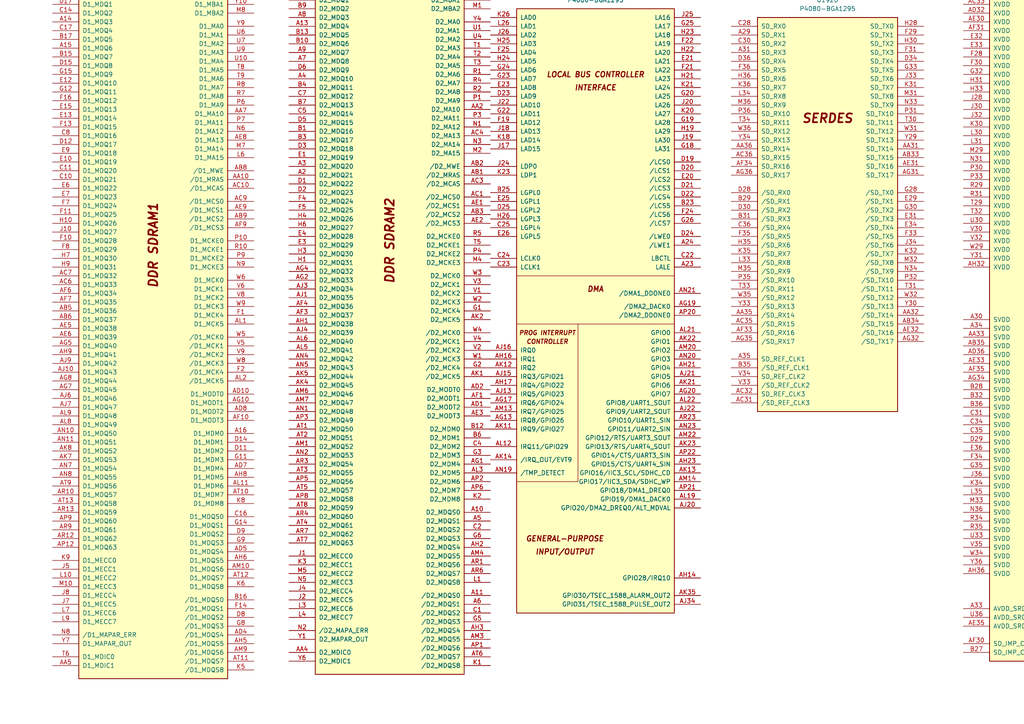
<source format=kicad_sch>
(kicad_sch (version 20250114) (generator "eeschema") (generator_version "9.0")
  (paper "A4")
  (lib_symbols
    (symbol "CPU:P4080-BGA1295" (pin_names (offset 1.016))
      (property "Reference" "U" (at 1.27 19.05 0))
      (property "Value" "P4080-BGA1295" (at 1.27 16.51 0))
      (symbol "P4080-BGA1295_1_1"
        (text "DDR SDRAM1" (at 1.27 26.67 900) (effects (font (size 2.54 2.54) (bold yes) (italic yes))))
        (pin bidirectional line (at -27.94 99.06 0) (length 7.62) (name "D1_MDQ0") (number "A17"))
        (pin bidirectional line (at -27.94 96.52 0) (length 7.62) (name "D1_MDQ1") (number "D17"))
        (pin bidirectional line (at -27.94 93.98 0) (length 7.62) (name "D1_MDQ2") (number "C14"))
        (pin bidirectional line (at -27.94 91.44 0) (length 7.62) (name "D1_MDQ3") (number "A14"))
        (pin bidirectional line (at -27.94 88.9 0) (length 7.62) (name "D1_MDQ4") (number "C17"))
        (pin bidirectional line (at -27.94 86.36 0) (length 7.62) (name "D1_MDQ5") (number "B17"))
        (pin bidirectional line (at -27.94 83.82 0) (length 7.62) (name "D1_MDQ6") (number "A15"))
        (pin bidirectional line (at -27.94 81.28 0) (length 7.62) (name "D1_MDQ7") (number "B15"))
        (pin bidirectional line (at -27.94 78.74 0) (length 7.62) (name "D1_MDQ8") (number "D15"))
        (pin bidirectional line (at -27.94 76.2 0) (length 7.62) (name "D1_MDQ9") (number "G15"))
        (pin bidirectional line (at -27.94 73.66 0) (length 7.62) (name "D1_MDQ10") (number "E12"))
        (pin bidirectional line (at -27.94 71.12 0) (length 7.62) (name "D1_MDQ11") (number "G12"))
        (pin bidirectional line (at -27.94 68.58 0) (length 7.62) (name "D1_MDQ12") (number "F16"))
        (pin bidirectional line (at -27.94 66.04 0) (length 7.62) (name "D1_MDQ13") (number "E15"))
        (pin bidirectional line (at -27.94 63.5 0) (length 7.62) (name "D1_MDQ14") (number "E13"))
        (pin bidirectional line (at -27.94 60.96 0) (length 7.62) (name "D1_MDQ15") (number "F13"))
        (pin bidirectional line (at -27.94 58.42 0) (length 7.62) (name "D1_MDQ16") (number "C8"))
        (pin bidirectional line (at -27.94 55.88 0) (length 7.62) (name "D1_MDQ17") (number "D12"))
        (pin bidirectional line (at -27.94 53.34 0) (length 7.62) (name "D1_MDQ18") (number "E9"))
        (pin bidirectional line (at -27.94 50.8 0) (length 7.62) (name "D1_MDQ19") (number "E10"))
        (pin bidirectional line (at -27.94 48.26 0) (length 7.62) (name "D1_MDQ20") (number "C11"))
        (pin bidirectional line (at -27.94 45.72 0) (length 7.62) (name "D1_MDQ21") (number "C10"))
        (pin bidirectional line (at -27.94 43.18 0) (length 7.62) (name "D1_MDQ22") (number "E6"))
        (pin bidirectional line (at -27.94 40.64 0) (length 7.62) (name "D1_MDQ23") (number "E7"))
        (pin bidirectional line (at -27.94 38.1 0) (length 7.62) (name "D1_MDQ24") (number "F7"))
        (pin bidirectional line (at -27.94 35.56 0) (length 7.62) (name "D1_MDQ25") (number "F11"))
        (pin bidirectional line (at -27.94 33.02 0) (length 7.62) (name "D1_MDQ26") (number "H10"))
        (pin bidirectional line (at -27.94 30.48 0) (length 7.62) (name "D1_MDQ27") (number "J10"))
        (pin bidirectional line (at -27.94 27.94 0) (length 7.62) (name "D1_MDQ28") (number "F10"))
        (pin bidirectional line (at -27.94 25.4 0) (length 7.62) (name "D1_MDQ29") (number "F8"))
        (pin bidirectional line (at -27.94 22.86 0) (length 7.62) (name "D1_MDQ30") (number "H7"))
        (pin bidirectional line (at -27.94 20.32 0) (length 7.62) (name "D1_MDQ31") (number "H9"))
        (pin bidirectional line (at -27.94 17.78 0) (length 7.62) (name "D1_MDQ32") (number "AC7"))
        (pin bidirectional line (at -27.94 15.24 0) (length 7.62) (name "D1_MDQ33") (number "AC6"))
        (pin bidirectional line (at -27.94 12.7 0) (length 7.62) (name "D1_MDQ34") (number "AF6"))
        (pin bidirectional line (at -27.94 10.16 0) (length 7.62) (name "D1_MDQ35") (number "AF7"))
        (pin bidirectional line (at -27.94 7.62 0) (length 7.62) (name "D1_MDQ36") (number "AB5"))
        (pin bidirectional line (at -27.94 5.08 0) (length 7.62) (name "D1_MDQ37") (number "AB6"))
        (pin bidirectional line (at -27.94 2.54 0) (length 7.62) (name "D1_MDQ38") (number "AE5"))
        (pin bidirectional line (at -27.94 0 0) (length 7.62) (name "D1_MDQ39") (number "AE6"))
        (pin bidirectional line (at -27.94 -2.54 0) (length 7.62) (name "D1_MDQ40") (number "AG5"))
        (pin bidirectional line (at -27.94 -5.08 0) (length 7.62) (name "D1_MDQ41") (number "AH9"))
        (pin bidirectional line (at -27.94 -7.62 0) (length 7.62) (name "D1_MDQ42") (number "AJ9"))
        (pin bidirectional line (at -27.94 -10.16 0) (length 7.62) (name "D1_MDQ43") (number "AJ10"))
        (pin bidirectional line (at -27.94 -12.7 0) (length 7.62) (name "D1_MDQ44") (number "AG8"))
        (pin bidirectional line (at -27.94 -15.24 0) (length 7.62) (name "D1_MDQ45") (number "AG7"))
        (pin bidirectional line (at -27.94 -17.78 0) (length 7.62) (name "D1_MDQ46") (number "AJ6"))
        (pin bidirectional line (at -27.94 -20.32 0) (length 7.62) (name "D1_MDQ47") (number "AJ7"))
        (pin bidirectional line (at -27.94 -22.86 0) (length 7.62) (name "D1_MDQ48") (number "AL9"))
        (pin bidirectional line (at -27.94 -25.4 0) (length 7.62) (name "D1_MDQ49") (number "AL8"))
        (pin bidirectional line (at -27.94 -27.94 0) (length 7.62) (name "D1_MDQ50") (number "AN10"))
        (pin bidirectional line (at -27.94 -30.48 0) (length 7.62) (name "D1_MDQ51") (number "AN11"))
        (pin bidirectional line (at -27.94 -33.02 0) (length 7.62) (name "D1_MDQ52") (number "AK8"))
        (pin bidirectional line (at -27.94 -35.56 0) (length 7.62) (name "D1_MDQ53") (number "AK7"))
        (pin bidirectional line (at -27.94 -38.1 0) (length 7.62) (name "D1_MDQ54") (number "AN7"))
        (pin bidirectional line (at -27.94 -40.64 0) (length 7.62) (name "D1_MDQ55") (number "AN8"))
        (pin bidirectional line (at -27.94 -43.18 0) (length 7.62) (name "D1_MDQ56") (number "AT9"))
        (pin bidirectional line (at -27.94 -45.72 0) (length 7.62) (name "D1_MDQ57") (number "AR10"))
        (pin bidirectional line (at -27.94 -48.26 0) (length 7.62) (name "D1_MDQ58") (number "AT13"))
        (pin bidirectional line (at -27.94 -50.8 0) (length 7.62) (name "D1_MDQ59") (number "AR13"))
        (pin bidirectional line (at -27.94 -53.34 0) (length 7.62) (name "D1_MDQ60") (number "AP9"))
        (pin bidirectional line (at -27.94 -55.88 0) (length 7.62) (name "D1_MDQ61") (number "AR9"))
        (pin bidirectional line (at -27.94 -58.42 0) (length 7.62) (name "D1_MDQ62") (number "AR12"))
        (pin bidirectional line (at -27.94 -60.96 0) (length 7.62) (name "D1_MDQ63") (number "AP12"))
        (pin bidirectional line (at -27.94 -64.77 0) (length 7.62) (name "D1_MECC0") (number "K9"))
        (pin bidirectional line (at -27.94 -67.31 0) (length 7.62) (name "D1_MECC1") (number "J5"))
        (pin bidirectional line (at -27.94 -69.85 0) (length 7.62) (name "D1_MECC2") (number "L10"))
        (pin bidirectional line (at -27.94 -72.39 0) (length 7.62) (name "D1_MECC3") (number "M10"))
        (pin bidirectional line (at -27.94 -74.93 0) (length 7.62) (name "D1_MECC4") (number "J8"))
        (pin bidirectional line (at -27.94 -77.47 0) (length 7.62) (name "D1_MECC5") (number "J7"))
        (pin bidirectional line (at -27.94 -80.01 0) (length 7.62) (name "D1_MECC6") (number "L7"))
        (pin bidirectional line (at -27.94 -82.55 0) (length 7.62) (name "D1_MECC7") (number "L9"))
        (pin input line (at -27.94 -86.36 0) (length 7.62) (name "/D1_MAPAR_ERR") (number "N8"))
        (pin output line (at -27.94 -88.9 0) (length 7.62) (name "D1_MAPAR_OUT") (number "Y7"))
        (pin bidirectional line (at -27.94 -92.71 0) (length 7.62) (name "D1_MDIC0") (number "T6"))
        (pin bidirectional line (at -27.94 -95.25 0) (length 7.62) (name "D1_MDIC1") (number "AA5"))
        (pin output line (at 30.48 99.06 180) (length 7.62) (name "D1_MBA0") (number "AA8"))
        (pin output line (at 30.48 96.52 180) (length 7.62) (name "D1_MBA1") (number "Y10"))
        (pin output line (at 30.48 93.98 180) (length 7.62) (name "D1_MBA2") (number "M8"))
        (pin output line (at 30.48 90.17 180) (length 7.62) (name "D1_MA0") (number "Y9"))
        (pin output line (at 30.48 87.63 180) (length 7.62) (name "D1_MA1") (number "U6"))
        (pin output line (at 30.48 85.09 180) (length 7.62) (name "D1_MA2") (number "U7"))
        (pin output line (at 30.48 82.55 180) (length 7.62) (name "D1_MA3") (number "U9"))
        (pin output line (at 30.48 80.01 180) (length 7.62) (name "D1_MA4") (number "U10"))
        (pin output line (at 30.48 77.47 180) (length 7.62) (name "D1_MA5") (number "T8"))
        (pin output line (at 30.48 74.93 180) (length 7.62) (name "D1_MA6") (number "T9"))
        (pin output line (at 30.48 72.39 180) (length 7.62) (name "D1_MA7") (number "R8"))
        (pin output line (at 30.48 69.85 180) (length 7.62) (name "D1_MA8") (number "R7"))
        (pin output line (at 30.48 67.31 180) (length 7.62) (name "D1_MA9") (number "P6"))
        (pin output line (at 30.48 64.77 180) (length 7.62) (name "D1_MA10") (number "AA7"))
        (pin output line (at 30.48 62.23 180) (length 7.62) (name "D1_MA11") (number "P7"))
        (pin output line (at 30.48 59.69 180) (length 7.62) (name "D1_MA12") (number "N6"))
        (pin output line (at 30.48 57.15 180) (length 7.62) (name "D1_MA13") (number "AE8"))
        (pin output line (at 30.48 54.61 180) (length 7.62) (name "D1_MA14") (number "M7"))
        (pin output line (at 30.48 52.07 180) (length 7.62) (name "D1_MA15") (number "L6"))
        (pin output line (at 30.48 48.26 180) (length 7.62) (name "/D1_MWE") (number "AB8"))
        (pin output line (at 30.48 45.72 180) (length 7.62) (name "/D1_MRAS") (number "AA10"))
        (pin output line (at 30.48 43.18 180) (length 7.62) (name "/D1_MCAS") (number "AC10"))
        (pin output line (at 30.48 39.37 180) (length 7.62) (name "/D1_MCS0") (number "AC9"))
        (pin output line (at 30.48 36.83 180) (length 7.62) (name "/D1_MCS1") (number "AE9"))
        (pin output line (at 30.48 34.29 180) (length 7.62) (name "/D1_MCS2") (number "AB9"))
        (pin output line (at 30.48 31.75 180) (length 7.62) (name "/D1_MCS3") (number "AF9"))
        (pin output line (at 30.48 27.94 180) (length 7.62) (name "D1_MCKE0") (number "P10"))
        (pin output line (at 30.48 25.4 180) (length 7.62) (name "D1_MCKE1") (number "R10"))
        (pin output line (at 30.48 22.86 180) (length 7.62) (name "D1_MCKE2") (number "P9"))
        (pin output line (at 30.48 20.32 180) (length 7.62) (name "D1_MCKE3") (number "N9"))
        (pin output line (at 30.48 16.51 180) (length 7.62) (name "D1_MCK0") (number "W6"))
        (pin output line (at 30.48 13.97 180) (length 7.62) (name "D1_MCK1") (number "V6"))
        (pin output line (at 30.48 11.43 180) (length 7.62) (name "D1_MCK2") (number "V8"))
        (pin output line (at 30.48 8.89 180) (length 7.62) (name "D1_MCK3") (number "W9"))
        (pin output line (at 30.48 6.35 180) (length 7.62) (name "D1_MCK4") (number "F1"))
        (pin output line (at 30.48 3.81 180) (length 7.62) (name "D1_MCK5") (number "AL1"))
        (pin output line (at 30.48 0 180) (length 7.62) (name "/D1_MCK0") (number "W5"))
        (pin output line (at 30.48 -2.54 180) (length 7.62) (name "/D1_MCK1") (number "V5"))
        (pin output line (at 30.48 -5.08 180) (length 7.62) (name "/D1_MCK2") (number "V9"))
        (pin output line (at 30.48 -7.62 180) (length 7.62) (name "/D1_MCK3") (number "W8"))
        (pin output line (at 30.48 -10.16 180) (length 7.62) (name "/D1_MCK4") (number "F2"))
        (pin output line (at 30.48 -12.7 180) (length 7.62) (name "/D1_MCK5") (number "AL2"))
        (pin output line (at 30.48 -16.51 180) (length 7.62) (name "D1_MODT0") (number "AD10"))
        (pin output line (at 30.48 -19.05 180) (length 7.62) (name "D1_MODT1") (number "AG10"))
        (pin output line (at 30.48 -21.59 180) (length 7.62) (name "D1_MODT2") (number "AD8"))
        (pin output line (at 30.48 -24.13 180) (length 7.62) (name "D1_MODT3") (number "AF10"))
        (pin output line (at 30.48 -27.94 180) (length 7.62) (name "D1_MDM0") (number "A16"))
        (pin output line (at 30.48 -30.48 180) (length 7.62) (name "D1_MDM1") (number "D14"))
        (pin output line (at 30.48 -33.02 180) (length 7.62) (name "D1_MDM2") (number "D11"))
        (pin output line (at 30.48 -35.56 180) (length 7.62) (name "D1_MDM3") (number "G11"))
        (pin output line (at 30.48 -38.1 180) (length 7.62) (name "D1_MDM4") (number "AD7"))
        (pin output line (at 30.48 -40.64 180) (length 7.62) (name "D1_MDM5") (number "AH8"))
        (pin output line (at 30.48 -43.18 180) (length 7.62) (name "D1_MDM6") (number "AL11"))
        (pin output line (at 30.48 -45.72 180) (length 7.62) (name "D1_MDM7") (number "AT10"))
        (pin output line (at 30.48 -48.26 180) (length 7.62) (name "D1_MDM8") (number "K8"))
        (pin bidirectional line (at 30.48 -52.07 180) (length 7.62) (name "D1_MDQS0") (number "C16"))
        (pin bidirectional line (at 30.48 -54.61 180) (length 7.62) (name "D1_MDQS1") (number "G14"))
        (pin bidirectional line (at 30.48 -57.15 180) (length 7.62) (name "D1_MDQS2") (number "D9"))
        (pin bidirectional line (at 30.48 -59.69 180) (length 7.62) (name "D1_MDQS3") (number "G9"))
        (pin bidirectional line (at 30.48 -62.23 180) (length 7.62) (name "D1_MDQS4") (number "AD5"))
        (pin bidirectional line (at 30.48 -64.77 180) (length 7.62) (name "D1_MDQS5") (number "AH6"))
        (pin bidirectional line (at 30.48 -67.31 180) (length 7.62) (name "D1_MDQS6") (number "AM10"))
        (pin bidirectional line (at 30.48 -69.85 180) (length 7.62) (name "D1_MDQS7") (number "AT12"))
        (pin bidirectional line (at 30.48 -72.39 180) (length 7.62) (name "D1_MDQS8") (number "K6"))
        (pin bidirectional line (at 30.48 -76.2 180) (length 7.62) (name "/D1_MDQS0") (number "B16"))
        (pin bidirectional line (at 30.48 -78.74 180) (length 7.62) (name "/D1_MDQS1") (number "F14"))
        (pin bidirectional line (at 30.48 -81.28 180) (length 7.62) (name "/D1_MDQS2") (number "D8"))
        (pin bidirectional line (at 30.48 -83.82 180) (length 7.62) (name "/D1_MDQS3") (number "G8"))
        (pin bidirectional line (at 30.48 -86.36 180) (length 7.62) (name "/D1_MDQS4") (number "AD4"))
        (pin bidirectional line (at 30.48 -88.9 180) (length 7.62) (name "/D1_MDQS5") (number "AH5"))
        (pin bidirectional line (at 30.48 -91.44 180) (length 7.62) (name "/D1_MDQS6") (number "AM9"))
        (pin bidirectional line (at 30.48 -93.98 180) (length 7.62) (name "/D1_MDQS7") (number "AT11"))
        (pin bidirectional line (at 30.48 -96.52 180) (length 7.62) (name "/D1_MDQS8") (number "K5"))
      )
      (symbol "P4080-BGA1295_2_1"
        (text "DDR SDRAM2" (at 1.27 26.67 900) (effects (font (size 2.54 2.54) (bold yes) (italic yes))))
        (pin bidirectional line (at -27.94 99.06 0) (length 7.62) (name "D2_MDQ0") (number "C13"))
        (pin bidirectional line (at -27.94 96.52 0) (length 7.62) (name "D2_MDQ1") (number "A12"))
        (pin bidirectional line (at -27.94 93.98 0) (length 7.62) (name "D2_MDQ2") (number "B9"))
        (pin bidirectional line (at -27.94 91.44 0) (length 7.62) (name "D2_MDQ3") (number "A8"))
        (pin bidirectional line (at -27.94 88.9 0) (length 7.62) (name "D2_MDQ4") (number "A13"))
        (pin bidirectional line (at -27.94 86.36 0) (length 7.62) (name "D2_MDQ5") (number "B13"))
        (pin bidirectional line (at -27.94 83.82 0) (length 7.62) (name "D2_MDQ6") (number "B10"))
        (pin bidirectional line (at -27.94 81.28 0) (length 7.62) (name "D2_MDQ7") (number "A9"))
        (pin bidirectional line (at -27.94 78.74 0) (length 7.62) (name "D2_MDQ8") (number "A7"))
        (pin bidirectional line (at -27.94 76.2 0) (length 7.62) (name "D2_MDQ9") (number "D6"))
        (pin bidirectional line (at -27.94 73.66 0) (length 7.62) (name "D2_MDQ10") (number "A4"))
        (pin bidirectional line (at -27.94 71.12 0) (length 7.62) (name "D2_MDQ11") (number "B4"))
        (pin bidirectional line (at -27.94 68.58 0) (length 7.62) (name "D2_MDQ12") (number "C7"))
        (pin bidirectional line (at -27.94 66.04 0) (length 7.62) (name "D2_MDQ13") (number "B7"))
        (pin bidirectional line (at -27.94 63.5 0) (length 7.62) (name "D2_MDQ14") (number "C5"))
        (pin bidirectional line (at -27.94 60.96 0) (length 7.62) (name "D2_MDQ15") (number "D5"))
        (pin bidirectional line (at -27.94 58.42 0) (length 7.62) (name "D2_MDQ16") (number "B1"))
        (pin bidirectional line (at -27.94 55.88 0) (length 7.62) (name "D2_MDQ17") (number "B3"))
        (pin bidirectional line (at -27.94 53.34 0) (length 7.62) (name "D2_MDQ18") (number "D3"))
        (pin bidirectional line (at -27.94 50.8 0) (length 7.62) (name "D2_MDQ19") (number "E1"))
        (pin bidirectional line (at -27.94 48.26 0) (length 7.62) (name "D2_MDQ20") (number "A3"))
        (pin bidirectional line (at -27.94 45.72 0) (length 7.62) (name "D2_MDQ21") (number "A2"))
        (pin bidirectional line (at -27.94 43.18 0) (length 7.62) (name "D2_MDQ22") (number "D1"))
        (pin bidirectional line (at -27.94 40.64 0) (length 7.62) (name "D2_MDQ23") (number "D2"))
        (pin bidirectional line (at -27.94 38.1 0) (length 7.62) (name "D2_MDQ24") (number "F4"))
        (pin bidirectional line (at -27.94 35.56 0) (length 7.62) (name "D2_MDQ25") (number "F5"))
        (pin bidirectional line (at -27.94 33.02 0) (length 7.62) (name "D2_MDQ26") (number "H4"))
        (pin bidirectional line (at -27.94 30.48 0) (length 7.62) (name "D2_MDQ27") (number "H6"))
        (pin bidirectional line (at -27.94 27.94 0) (length 7.62) (name "D2_MDQ28") (number "E4"))
        (pin bidirectional line (at -27.94 25.4 0) (length 7.62) (name "D2_MDQ29") (number "E3"))
        (pin bidirectional line (at -27.94 22.86 0) (length 7.62) (name "D2_MDQ30") (number "H3"))
        (pin bidirectional line (at -27.94 20.32 0) (length 7.62) (name "D2_MDQ31") (number "H1"))
        (pin bidirectional line (at -27.94 17.78 0) (length 7.62) (name "D2_MDQ32") (number "AG4"))
        (pin bidirectional line (at -27.94 15.24 0) (length 7.62) (name "D2_MDQ33") (number "AG2"))
        (pin bidirectional line (at -27.94 12.7 0) (length 7.62) (name "D2_MDQ34") (number "AJ3"))
        (pin bidirectional line (at -27.94 10.16 0) (length 7.62) (name "D2_MDQ35") (number "AJ1"))
        (pin bidirectional line (at -27.94 7.62 0) (length 7.62) (name "D2_MDQ36") (number "AF4"))
        (pin bidirectional line (at -27.94 5.08 0) (length 7.62) (name "D2_MDQ37") (number "AF3"))
        (pin bidirectional line (at -27.94 2.54 0) (length 7.62) (name "D2_MDQ38") (number "AH1"))
        (pin bidirectional line (at -27.94 0 0) (length 7.62) (name "D2_MDQ39") (number "AJ4"))
        (pin bidirectional line (at -27.94 -2.54 0) (length 7.62) (name "D2_MDQ40") (number "AL6"))
        (pin bidirectional line (at -27.94 -5.08 0) (length 7.62) (name "D2_MDQ41") (number "AL5"))
        (pin bidirectional line (at -27.94 -7.62 0) (length 7.62) (name "D2_MDQ42") (number "AN4"))
        (pin bidirectional line (at -27.94 -10.16 0) (length 7.62) (name "D2_MDQ43") (number "AN5"))
        (pin bidirectional line (at -27.94 -12.7 0) (length 7.62) (name "D2_MDQ44") (number "AK5"))
        (pin bidirectional line (at -27.94 -15.24 0) (length 7.62) (name "D2_MDQ45") (number "AK4"))
        (pin bidirectional line (at -27.94 -17.78 0) (length 7.62) (name "D2_MDQ46") (number "AM6"))
        (pin bidirectional line (at -27.94 -20.32 0) (length 7.62) (name "D2_MDQ47") (number "AM7"))
        (pin bidirectional line (at -27.94 -22.86 0) (length 7.62) (name "D2_MDQ48") (number "AN1"))
        (pin bidirectional line (at -27.94 -25.4 0) (length 7.62) (name "D2_MDQ49") (number "AP3"))
        (pin bidirectional line (at -27.94 -27.94 0) (length 7.62) (name "D2_MDQ50") (number "AT1"))
        (pin bidirectional line (at -27.94 -30.48 0) (length 7.62) (name "D2_MDQ51") (number "AT2"))
        (pin bidirectional line (at -27.94 -33.02 0) (length 7.62) (name "D2_MDQ52") (number "AM1"))
        (pin bidirectional line (at -27.94 -35.56 0) (length 7.62) (name "D2_MDQ53") (number "AN2"))
        (pin bidirectional line (at -27.94 -38.1 0) (length 7.62) (name "D2_MDQ54") (number "AR3"))
        (pin bidirectional line (at -27.94 -40.64 0) (length 7.62) (name "D2_MDQ55") (number "AT3"))
        (pin bidirectional line (at -27.94 -43.18 0) (length 7.62) (name "D2_MDQ56") (number "AP5"))
        (pin bidirectional line (at -27.94 -45.72 0) (length 7.62) (name "D2_MDQ57") (number "AT5"))
        (pin bidirectional line (at -27.94 -48.26 0) (length 7.62) (name "D2_MDQ58") (number "AP8"))
        (pin bidirectional line (at -27.94 -50.8 0) (length 7.62) (name "D2_MDQ59") (number "AT8"))
        (pin bidirectional line (at -27.94 -53.34 0) (length 7.62) (name "D2_MDQ60") (number "AR4"))
        (pin bidirectional line (at -27.94 -55.88 0) (length 7.62) (name "D2_MDQ61") (number "AT4"))
        (pin bidirectional line (at -27.94 -58.42 0) (length 7.62) (name "D2_MDQ62") (number "AR7"))
        (pin bidirectional line (at -27.94 -60.96 0) (length 7.62) (name "D2_MDQ63") (number "AT7"))
        (pin bidirectional line (at -27.94 -64.77 0) (length 7.62) (name "D2_MECC0") (number "J1"))
        (pin bidirectional line (at -27.94 -67.31 0) (length 7.62) (name "D2_MECC1") (number "K3"))
        (pin bidirectional line (at -27.94 -69.85 0) (length 7.62) (name "D2_MECC2") (number "M5"))
        (pin bidirectional line (at -27.94 -72.39 0) (length 7.62) (name "D2_MECC3") (number "N5"))
        (pin bidirectional line (at -27.94 -74.93 0) (length 7.62) (name "D2_MECC4") (number "J4"))
        (pin bidirectional line (at -27.94 -77.47 0) (length 7.62) (name "D2_MECC5") (number "J2"))
        (pin bidirectional line (at -27.94 -80.01 0) (length 7.62) (name "D2_MECC6") (number "L3"))
        (pin bidirectional line (at -27.94 -82.55 0) (length 7.62) (name "D2_MECC7") (number "L4"))
        (pin input line (at -27.94 -86.36 0) (length 7.62) (name "/D2_MAPA_ERR") (number "N2"))
        (pin output line (at -27.94 -88.9 0) (length 7.62) (name "D2_MAPAR_OUT") (number "Y1"))
        (pin bidirectional line (at -27.94 -92.71 0) (length 7.62) (name "D2_MDIC0") (number "AA4"))
        (pin bidirectional line (at -27.94 -95.25 0) (length 7.62) (name "D2_MDIC1") (number "Y6"))
        (pin output line (at 30.48 99.06 180) (length 7.62) (name "D2_MBA0") (number "AA3"))
        (pin output line (at 30.48 96.52 180) (length 7.62) (name "D2_MBA1") (number "AA1"))
        (pin output line (at 30.48 93.98 180) (length 7.62) (name "D2_MBA2") (number "M1"))
        (pin output line (at 30.48 90.17 180) (length 7.62) (name "D2_MA0") (number "Y4"))
        (pin output line (at 30.48 87.63 180) (length 7.62) (name "D2_MA1") (number "U1"))
        (pin output line (at 30.48 85.09 180) (length 7.62) (name "D2_MA2") (number "U4"))
        (pin output line (at 30.48 82.55 180) (length 7.62) (name "D2_MA3") (number "T1"))
        (pin output line (at 30.48 80.01 180) (length 7.62) (name "D2_MA4") (number "T2"))
        (pin output line (at 30.48 77.47 180) (length 7.62) (name "D2_MA5") (number "T3"))
        (pin output line (at 30.48 74.93 180) (length 7.62) (name "D2_MA6") (number "R1"))
        (pin output line (at 30.48 72.39 180) (length 7.62) (name "D2_MA7") (number "R4"))
        (pin output line (at 30.48 69.85 180) (length 7.62) (name "D2_MA8") (number "R2"))
        (pin output line (at 30.48 67.31 180) (length 7.62) (name "D2_MA9") (number "P1"))
        (pin output line (at 30.48 64.77 180) (length 7.62) (name "D2_MA10") (number "AA2"))
        (pin output line (at 30.48 62.23 180) (length 7.62) (name "D2_MA11") (number "P3"))
        (pin output line (at 30.48 59.69 180) (length 7.62) (name "D2_MA12") (number "N1"))
        (pin output line (at 30.48 57.15 180) (length 7.62) (name "D2_MA13") (number "AC4"))
        (pin output line (at 30.48 54.61 180) (length 7.62) (name "D2_MA14") (number "N3"))
        (pin output line (at 30.48 52.07 180) (length 7.62) (name "D2_MA15") (number "M2"))
        (pin output line (at 30.48 48.26 180) (length 7.62) (name "/D2_MWE") (number "AB2"))
        (pin output line (at 30.48 45.72 180) (length 7.62) (name "/D2_MRAS") (number "AB1"))
        (pin output line (at 30.48 43.18 180) (length 7.62) (name "/D2_MCAS") (number "AC3"))
        (pin output line (at 30.48 39.37 180) (length 7.62) (name "/D2_MCS0") (number "AC1"))
        (pin output line (at 30.48 36.83 180) (length 7.62) (name "/D2_MCS1") (number "AE1"))
        (pin output line (at 30.48 34.29 180) (length 7.62) (name "/D2_MCS2") (number "AB3"))
        (pin output line (at 30.48 31.75 180) (length 7.62) (name "/D2_MCS3") (number "AE2"))
        (pin output line (at 30.48 27.94 180) (length 7.62) (name "D2_MCKE0") (number "R5"))
        (pin output line (at 30.48 25.4 180) (length 7.62) (name "D2_MCKE1") (number "T5"))
        (pin output line (at 30.48 22.86 180) (length 7.62) (name "D2_MCKE2") (number "P4"))
        (pin output line (at 30.48 20.32 180) (length 7.62) (name "D2_MCKE3") (number "M4"))
        (pin output line (at 30.48 16.51 180) (length 7.62) (name "D2_MCK0") (number "W3"))
        (pin output line (at 30.48 13.97 180) (length 7.62) (name "D2_MCK1") (number "V3"))
        (pin output line (at 30.48 11.43 180) (length 7.62) (name "D2_MCK2") (number "V1"))
        (pin output line (at 30.48 8.89 180) (length 7.62) (name "D2_MCK3") (number "W2"))
        (pin output line (at 30.48 6.35 180) (length 7.62) (name "D2_MCK4") (number "G1"))
        (pin output line (at 30.48 3.81 180) (length 7.62) (name "D2_MCK5") (number "AK2"))
        (pin output line (at 30.48 0 180) (length 7.62) (name "/D2_MCK0") (number "W4"))
        (pin output line (at 30.48 -2.54 180) (length 7.62) (name "/D2_MCK1") (number "V4"))
        (pin output line (at 30.48 -5.08 180) (length 7.62) (name "/D2_MCK2") (number "V2"))
        (pin output line (at 30.48 -7.62 180) (length 7.62) (name "/D2_MCK3") (number "W1"))
        (pin output line (at 30.48 -10.16 180) (length 7.62) (name "/D2_MCK4") (number "G2"))
        (pin output line (at 30.48 -12.7 180) (length 7.62) (name "/D2_MCK5") (number "AK1"))
        (pin output line (at 30.48 -16.51 180) (length 7.62) (name "D2_MODT0") (number "AD2"))
        (pin output line (at 30.48 -19.05 180) (length 7.62) (name "D2_MODT1") (number "AF1"))
        (pin output line (at 30.48 -21.59 180) (length 7.62) (name "D2_MODT2") (number "AD1"))
        (pin output line (at 30.48 -24.13 180) (length 7.62) (name "D2_MODT3") (number "AE3"))
        (pin output line (at 30.48 -27.94 180) (length 7.62) (name "D2_MDM0") (number "B12"))
        (pin output line (at 30.48 -30.48 180) (length 7.62) (name "D2_MDM1") (number "B6"))
        (pin output line (at 30.48 -33.02 180) (length 7.62) (name "D2_MDM2") (number "C4"))
        (pin output line (at 30.48 -35.56 180) (length 7.62) (name "D2_MDM3") (number "G3"))
        (pin output line (at 30.48 -38.1 180) (length 7.62) (name "D2_MDM4") (number "AG1"))
        (pin output line (at 30.48 -40.64 180) (length 7.62) (name "D2_MDM5") (number "AL3"))
        (pin output line (at 30.48 -43.18 180) (length 7.62) (name "D2_MDM6") (number "AP2"))
        (pin output line (at 30.48 -45.72 180) (length 7.62) (name "D2_MDM7") (number "AP6"))
        (pin output line (at 30.48 -48.26 180) (length 7.62) (name "D2_MDM8") (number "K2"))
        (pin bidirectional line (at 30.48 -52.07 180) (length 7.62) (name "D2_MDQS0") (number "A10"))
        (pin bidirectional line (at 30.48 -54.61 180) (length 7.62) (name "D2_MDQS1") (number "A5"))
        (pin bidirectional line (at 30.48 -57.15 180) (length 7.62) (name "D2_MDQS2") (number "C2"))
        (pin bidirectional line (at 30.48 -59.69 180) (length 7.62) (name "D2_MDQS3") (number "G6"))
        (pin bidirectional line (at 30.48 -62.23 180) (length 7.62) (name "D2_MDQS4") (number "AH2"))
        (pin bidirectional line (at 30.48 -64.77 180) (length 7.62) (name "D2_MDQS5") (number "AM4"))
        (pin bidirectional line (at 30.48 -67.31 180) (length 7.62) (name "D2_MDQS6") (number "AR1"))
        (pin bidirectional line (at 30.48 -69.85 180) (length 7.62) (name "D2_MDQS7") (number "AR6"))
        (pin bidirectional line (at 30.48 -72.39 180) (length 7.62) (name "D2_MDQS8") (number "L1"))
        (pin bidirectional line (at 30.48 -76.2 180) (length 7.62) (name "/D2_MDQS0") (number "A11"))
        (pin bidirectional line (at 30.48 -78.74 180) (length 7.62) (name "/D2_MDQS1") (number "A6"))
        (pin bidirectional line (at 30.48 -81.28 180) (length 7.62) (name "/D2_MDQS2") (number "C1"))
        (pin bidirectional line (at 30.48 -83.82 180) (length 7.62) (name "/D2_MDQS3") (number "G5"))
        (pin bidirectional line (at 30.48 -86.36 180) (length 7.62) (name "/D2_MDQS4") (number "AH3"))
        (pin bidirectional line (at 30.48 -88.9 180) (length 7.62) (name "/D2_MDQS5") (number "AM3"))
        (pin bidirectional line (at 30.48 -91.44 180) (length 7.62) (name "/D2_MDQS6") (number "AP1"))
        (pin bidirectional line (at 30.48 -93.98 180) (length 7.62) (name "/D2_MDQS7") (number "AT6"))
        (pin bidirectional line (at 30.48 -96.52 180) (length 7.62) (name "/D2_MDQS8") (number "K1"))
      )
      (symbol "P4080-BGA1295_3_1"
        (text "PROG INTERRUPT" (at -13.97 -5.08 0) (effects (font (size 1.27 1.27) (bold yes) (italic yes))))
        (text "CONTROLLER" (at -13.97 -7.62 0) (effects (font (size 1.27 1.27) (bold yes) (italic yes))))
        (text "GENERAL-PURPOSE" (at -8.89 -64.77 0) (effects (font (size 1.524 1.524) (bold yes) (italic yes))))
        (text "INPUT/OUTPUT" (at -8.89 -68.58 0) (effects (font (size 1.524 1.524) (bold yes) (italic yes))))
        (text "LOCAL BUS CONTROLLER" (at 0 69.85 0) (effects (font (size 1.524 1.524) (bold yes) (italic yes))))
        (text "INTERFACE" (at 0 66.04 0) (effects (font (size 1.524 1.524) (bold yes) (italic yes))))
        (text "DMA" (at 0 7.62 0) (effects (font (size 1.524 1.524) (bold yes) (italic yes))))
        (pin bidirectional line (at -30.48 86.36 0) (length 7.62) (name "LAD0") (number "K26"))
        (pin bidirectional line (at -30.48 83.82 0) (length 7.62) (name "LAD1") (number "L26"))
        (pin bidirectional line (at -30.48 81.28 0) (length 7.62) (name "LAD2") (number "J26"))
        (pin bidirectional line (at -30.48 78.74 0) (length 7.62) (name "LAD3") (number "H25"))
        (pin bidirectional line (at -30.48 76.2 0) (length 7.62) (name "LAD4") (number "F25"))
        (pin bidirectional line (at -30.48 73.66 0) (length 7.62) (name "LAD5") (number "H24"))
        (pin bidirectional line (at -30.48 71.12 0) (length 7.62) (name "LAD6") (number "G24"))
        (pin bidirectional line (at -30.48 68.58 0) (length 7.62) (name "LAD7") (number "G23"))
        (pin bidirectional line (at -30.48 66.04 0) (length 7.62) (name "LAD8") (number "E23"))
        (pin bidirectional line (at -30.48 63.5 0) (length 7.62) (name "LAD9") (number "D23"))
        (pin bidirectional line (at -30.48 60.96 0) (length 7.62) (name "LAD10") (number "J22"))
        (pin bidirectional line (at -30.48 58.42 0) (length 7.62) (name "LAD11") (number "G22"))
        (pin bidirectional line (at -30.48 55.88 0) (length 7.62) (name "LAD12") (number "F19"))
        (pin bidirectional line (at -30.48 53.34 0) (length 7.62) (name "LAD13") (number "J18"))
        (pin bidirectional line (at -30.48 50.8 0) (length 7.62) (name "LAD14") (number "K18"))
        (pin bidirectional line (at -30.48 48.26 0) (length 7.62) (name "LAD15") (number "J17"))
        (pin bidirectional line (at -30.48 43.18 0) (length 7.62) (name "LDP0") (number "J24"))
        (pin bidirectional line (at -30.48 40.64 0) (length 7.62) (name "LDP1") (number "K23"))
        (pin output line (at -30.48 35.56 0) (length 7.62) (name "LGPL0") (number "B25"))
        (pin output line (at -30.48 33.02 0) (length 7.62) (name "LGPL1") (number "E25"))
        (pin output line (at -30.48 30.48 0) (length 7.62) (name "LGPL2") (number "D25"))
        (pin output line (at -30.48 27.94 0) (length 7.62) (name "LGPL3") (number "H26"))
        (pin bidirectional line (at -30.48 25.4 0) (length 7.62) (name "LGPL4") (number "C25"))
        (pin output line (at -30.48 22.86 0) (length 7.62) (name "LGPL5") (number "E26"))
        (pin output line (at -30.48 16.51 0) (length 7.62) (name "LCLK0") (number "C24"))
        (pin output line (at -30.48 13.97 0) (length 7.62) (name "LCLK1") (number "C23"))
        (pin input line (at -30.48 -10.16 0) (length 7.62) (name "IRQ0") (number "AJ16"))
        (pin input line (at -30.48 -12.7 0) (length 7.62) (name "IRQ1") (number "AH16"))
        (pin input line (at -30.48 -15.24 0) (length 7.62) (name "IRQ2") (number "AK12"))
        (pin input line (at -30.48 -17.78 0) (length 7.62) (name "IRQ3/GPIO21") (number "AJ15"))
        (pin input line (at -30.48 -20.32 0) (length 7.62) (name "IRQ4/GPIO22") (number "AH17"))
        (pin input line (at -30.48 -22.86 0) (length 7.62) (name "IRQ5/GPIO23") (number "AJ13"))
        (pin input line (at -30.48 -25.4 0) (length 7.62) (name "IRQ6/GPIO24") (number "AG17"))
        (pin input line (at -30.48 -27.94 0) (length 7.62) (name "IRQ7/GPIO25") (number "AM13"))
        (pin input line (at -30.48 -30.48 0) (length 7.62) (name "IRQ8/GPIO26") (number "AG13"))
        (pin input line (at -30.48 -33.02 0) (length 7.62) (name "IRQ9/GPIO27") (number "AK11"))
        (pin input line (at -30.48 -38.1 0) (length 7.62) (name "IRQ11/GPIO29") (number "AL12"))
        (pin output line (at -30.48 -41.91 0) (length 7.62) (name "/IRQ_OUT/EVT9") (number "AK14"))
        (pin input line (at -30.48 -45.72 0) (length 7.62) (name "/TMP_DETECT") (number "AN19"))
        (pin output line (at 30.48 86.36 180) (length 7.62) (name "LA16") (number "J25"))
        (pin output line (at 30.48 83.82 180) (length 7.62) (name "LA17") (number "G25"))
        (pin output line (at 30.48 81.28 180) (length 7.62) (name "LA18") (number "H23"))
        (pin output line (at 30.48 78.74 180) (length 7.62) (name "LA19") (number "F22"))
        (pin output line (at 30.48 76.2 180) (length 7.62) (name "LA20") (number "H22"))
        (pin output line (at 30.48 73.66 180) (length 7.62) (name "LA21") (number "E21"))
        (pin output line (at 30.48 71.12 180) (length 7.62) (name "LA22") (number "F21"))
        (pin output line (at 30.48 68.58 180) (length 7.62) (name "LA23") (number "H21"))
        (pin output line (at 30.48 66.04 180) (length 7.62) (name "LA24") (number "K21"))
        (pin output line (at 30.48 63.5 180) (length 7.62) (name "LA25") (number "G20"))
        (pin output line (at 30.48 60.96 180) (length 7.62) (name "LA26") (number "J20"))
        (pin output line (at 30.48 58.42 180) (length 7.62) (name "LA27") (number "K20"))
        (pin output line (at 30.48 55.88 180) (length 7.62) (name "LA28") (number "G19"))
        (pin output line (at 30.48 53.34 180) (length 7.62) (name "LA29") (number "H19"))
        (pin output line (at 30.48 50.8 180) (length 7.62) (name "LA30") (number "J19"))
        (pin output line (at 30.48 48.26 180) (length 7.62) (name "LA31") (number "G18"))
        (pin output line (at 30.48 44.45 180) (length 7.62) (name "/LCS0") (number "D19"))
        (pin output line (at 30.48 41.91 180) (length 7.62) (name "/LCS1") (number "D20"))
        (pin output line (at 30.48 39.37 180) (length 7.62) (name "/LCS2") (number "E20"))
        (pin output line (at 30.48 36.83 180) (length 7.62) (name "/LCS3") (number "D21"))
        (pin output line (at 30.48 34.29 180) (length 7.62) (name "/LCS4") (number "D22"))
        (pin output line (at 30.48 31.75 180) (length 7.62) (name "/LCS5") (number "B23"))
        (pin output line (at 30.48 29.21 180) (length 7.62) (name "/LCS6") (number "F24"))
        (pin output line (at 30.48 26.67 180) (length 7.62) (name "/LCS7") (number "G26"))
        (pin output line (at 30.48 22.86 180) (length 7.62) (name "/LWE0") (number "D24"))
        (pin output line (at 30.48 20.32 180) (length 7.62) (name "/LWE1") (number "A24"))
        (pin output line (at 30.48 16.51 180) (length 7.62) (name "LBCTL") (number "C22"))
        (pin bidirectional line (at 30.48 13.97 180) (length 7.62) (name "LALE") (number "A23"))
        (pin output line (at 30.48 6.35 180) (length 7.62) (name "/DMA1_DDONE0") (number "AN21"))
        (pin output line (at 30.48 2.54 180) (length 7.62) (name "/DMA2_DACK0") (number "AG19"))
        (pin output line (at 30.48 0 180) (length 7.62) (name "/DMA2_DDONE0") (number "AP20"))
        (pin bidirectional line (at 30.48 -5.08 180) (length 7.62) (name "GPIO0") (number "AL21"))
        (pin bidirectional line (at 30.48 -7.62 180) (length 7.62) (name "GPIO1") (number "AK22"))
        (pin bidirectional line (at 30.48 -10.16 180) (length 7.62) (name "GPIO2") (number "AM20"))
        (pin bidirectional line (at 30.48 -12.7 180) (length 7.62) (name "GPIO3") (number "AN20"))
        (pin bidirectional line (at 30.48 -15.24 180) (length 7.62) (name "GPIO4") (number "AH21"))
        (pin bidirectional line (at 30.48 -17.78 180) (length 7.62) (name "GPIO5") (number "AJ21"))
        (pin bidirectional line (at 30.48 -20.32 180) (length 7.62) (name "GPIO6") (number "AK21"))
        (pin bidirectional line (at 30.48 -22.86 180) (length 7.62) (name "GPIO7") (number "AG20"))
        (pin bidirectional line (at 30.48 -25.4 180) (length 7.62) (name "GPIO8/UART1_SOUT") (number "AL22"))
        (pin bidirectional line (at 30.48 -27.94 180) (length 7.62) (name "GPIO9/UART2_SOUT") (number "AJ22"))
        (pin bidirectional line (at 30.48 -30.48 180) (length 7.62) (name "GPIO10/UART1_SIN") (number "AR23"))
        (pin bidirectional line (at 30.48 -33.02 180) (length 7.62) (name "GPIO11/UART2_SIN") (number "AN23"))
        (pin bidirectional line (at 30.48 -35.56 180) (length 7.62) (name "GPIO12/RTS/UART3_SOUT") (number "AM22"))
        (pin bidirectional line (at 30.48 -38.1 180) (length 7.62) (name "GPIO13/RTS/UART4_SOUT") (number "AK23"))
        (pin bidirectional line (at 30.48 -40.64 180) (length 7.62) (name "GPIO14/CTS/UART3_SIN") (number "AP22"))
        (pin bidirectional line (at 30.48 -43.18 180) (length 7.62) (name "GPIO15/CTS/UART4_SIN") (number "AH23"))
        (pin bidirectional line (at 30.48 -45.72 180) (length 7.62) (name "GPIO16/IIC3_SCL/SDHC_CD") (number "AK13"))
        (pin bidirectional line (at 30.48 -48.26 180) (length 7.62) (name "GPIO17/IIC3_SDA/SDHC_WP") (number "AM14"))
        (pin bidirectional line (at 30.48 -50.8 180) (length 7.62) (name "GPIO18/DMA1_DREQ0") (number "AP21"))
        (pin bidirectional line (at 30.48 -53.34 180) (length 7.62) (name "GPIO19/DMA1_DACK0") (number "AL19"))
        (pin bidirectional line (at 30.48 -55.88 180) (length 7.62) (name "GPIO20/DMA2_DREQ0/ALT_MDVAL") (number "AJ20"))
        (pin bidirectional line (at 30.48 -76.2 180) (length 7.62) (name "GPIO28/IRQ10") (number "AH14"))
        (pin bidirectional line (at 30.48 -81.28 180) (length 7.62) (name "GPIO30/TSEC_1588_ALARM_OUT2") (number "AK35"))
        (pin bidirectional line (at 30.48 -83.82 180) (length 7.62) (name "GPIO31/TSEC_1588_PULSE_OUT2") (number "AJ34"))
      )
      (symbol "P4080-BGA1295_4_1"
        (text "SERDES" (at 0 29.21 0) (effects (font (size 2.54 2.54) (bold yes) (italic yes))))
        (pin input line (at -27.94 55.88 0) (length 7.62) (name "SD_RX0") (number "C28"))
        (pin input line (at -27.94 53.34 0) (length 7.62) (name "SD_RX1") (number "A29"))
        (pin input line (at -27.94 50.8 0) (length 7.62) (name "SD_RX2") (number "C30"))
        (pin input line (at -27.94 48.26 0) (length 7.62) (name "SD_RX3") (number "A31"))
        (pin input line (at -27.94 45.72 0) (length 7.62) (name "SD_RX4") (number "D36"))
        (pin input line (at -27.94 43.18 0) (length 7.62) (name "SD_RX5") (number "F36"))
        (pin input line (at -27.94 40.64 0) (length 7.62) (name "SD_RX6") (number "H36"))
        (pin input line (at -27.94 38.1 0) (length 7.62) (name "SD_RX7") (number "K36"))
        (pin input line (at -27.94 35.56 0) (length 7.62) (name "SD_RX8") (number "L34"))
        (pin input line (at -27.94 33.02 0) (length 7.62) (name "SD_RX9") (number "M36"))
        (pin input line (at -27.94 30.48 0) (length 7.62) (name "SD_RX10") (number "P36"))
        (pin input line (at -27.94 27.94 0) (length 7.62) (name "SD_RX11") (number "T34"))
        (pin input line (at -27.94 25.4 0) (length 7.62) (name "SD_RX12") (number "W36"))
        (pin input line (at -27.94 22.86 0) (length 7.62) (name "SD_RX13") (number "Y34"))
        (pin input line (at -27.94 20.32 0) (length 7.62) (name "SD_RX14") (number "AA36"))
        (pin input line (at -27.94 17.78 0) (length 7.62) (name "SD_RX15") (number "AC36"))
        (pin input line (at -27.94 15.24 0) (length 7.62) (name "SD_RX16") (number "AF34"))
        (pin input line (at -27.94 12.7 0) (length 7.62) (name "SD_RX17") (number "AG36"))
        (pin input line (at -27.94 7.62 0) (length 7.62) (name "/SD_RX0") (number "D28"))
        (pin input line (at -27.94 5.08 0) (length 7.62) (name "/SD_RX1") (number "B29"))
        (pin input line (at -27.94 2.54 0) (length 7.62) (name "/SD_RX2") (number "D30"))
        (pin input line (at -27.94 0 0) (length 7.62) (name "/SD_RX3") (number "B31"))
        (pin input line (at -27.94 -2.54 0) (length 7.62) (name "/SD_RX4") (number "C36"))
        (pin input line (at -27.94 -5.08 0) (length 7.62) (name "/SD_RX5") (number "F35"))
        (pin input line (at -27.94 -7.62 0) (length 7.62) (name "/SD_RX6") (number "H35"))
        (pin input line (at -27.94 -10.16 0) (length 7.62) (name "/SD_RX7") (number "K35"))
        (pin input line (at -27.94 -12.7 0) (length 7.62) (name "/SD_RX8") (number "L33"))
        (pin input line (at -27.94 -15.24 0) (length 7.62) (name "/SD_RX9") (number "M35"))
        (pin input line (at -27.94 -17.78 0) (length 7.62) (name "/SD_RX10") (number "P35"))
        (pin input line (at -27.94 -20.32 0) (length 7.62) (name "/SD_RX11") (number "T33"))
        (pin input line (at -27.94 -22.86 0) (length 7.62) (name "/SD_RX12") (number "W35"))
        (pin input line (at -27.94 -25.4 0) (length 7.62) (name "/SD_RX13") (number "Y33"))
        (pin input line (at -27.94 -27.94 0) (length 7.62) (name "/SD_RX14") (number "AA35"))
        (pin input line (at -27.94 -30.48 0) (length 7.62) (name "/SD_RX15") (number "AC35"))
        (pin input line (at -27.94 -33.02 0) (length 7.62) (name "/SD_RX16") (number "AF33"))
        (pin input line (at -27.94 -35.56 0) (length 7.62) (name "/SD_RX17") (number "AG35"))
        (pin input line (at -27.94 -40.64 0) (length 7.62) (name "SD_REF_CLK1") (number "A35"))
        (pin input line (at -27.94 -43.18 0) (length 7.62) (name "/SD_REF_CLK1") (number "B35"))
        (pin input line (at -27.94 -45.72 0) (length 7.62) (name "SD_REF_CLK2") (number "V34"))
        (pin input line (at -27.94 -48.26 0) (length 7.62) (name "/SD_REF_CLK2") (number "V33"))
        (pin input line (at -27.94 -50.8 0) (length 7.62) (name "SD_REF_CLK3") (number "AC32"))
        (pin input line (at -27.94 -53.34 0) (length 7.62) (name "/SD_REF_CLK3") (number "AC31"))
        (pin output line (at 27.94 55.88 180) (length 7.62) (name "SD_TX0") (number "H28"))
        (pin output line (at 27.94 53.34 180) (length 7.62) (name "SD_TX1") (number "F29"))
        (pin output line (at 27.94 50.8 180) (length 7.62) (name "SD_TX2") (number "H30"))
        (pin output line (at 27.94 48.26 180) (length 7.62) (name "SD_TX3") (number "F31"))
        (pin output line (at 27.94 45.72 180) (length 7.62) (name "SD_TX4") (number "D34"))
        (pin output line (at 27.94 43.18 180) (length 7.62) (name "SD_TX5") (number "G33"))
        (pin output line (at 27.94 40.64 180) (length 7.62) (name "SD_TX6") (number "J33"))
        (pin output line (at 27.94 38.1 180) (length 7.62) (name "SD_TX7") (number "K31"))
        (pin output line (at 27.94 35.56 180) (length 7.62) (name "SD_TX8") (number "M31"))
        (pin output line (at 27.94 33.02 180) (length 7.62) (name "SD_TX9") (number "N33"))
        (pin output line (at 27.94 30.48 180) (length 7.62) (name "SD_TX10") (number "P31"))
        (pin output line (at 27.94 27.94 180) (length 7.62) (name "SD_TX11") (number "T30"))
        (pin output line (at 27.94 25.4 180) (length 7.62) (name "SD_TX12") (number "W31"))
        (pin output line (at 27.94 22.86 180) (length 7.62) (name "SD_TX13") (number "Y29"))
        (pin output line (at 27.94 20.32 180) (length 7.62) (name "SD_TX14") (number "AA31"))
        (pin output line (at 27.94 17.78 180) (length 7.62) (name "SD_TX15") (number "AB33"))
        (pin output line (at 27.94 15.24 180) (length 7.62) (name "SD_TX16") (number "AE31"))
        (pin output line (at 27.94 12.7 180) (length 7.62) (name "SD_TX17") (number "AG31"))
        (pin output line (at 27.94 7.62 180) (length 7.62) (name "/SD_TX0") (number "G28"))
        (pin output line (at 27.94 5.08 180) (length 7.62) (name "/SD_TX1") (number "E29"))
        (pin output line (at 27.94 2.54 180) (length 7.62) (name "/SD_TX2") (number "G30"))
        (pin output line (at 27.94 0 180) (length 7.62) (name "/SD_TX3") (number "E31"))
        (pin output line (at 27.94 -2.54 180) (length 7.62) (name "/SD_TX4") (number "E34"))
        (pin output line (at 27.94 -5.08 180) (length 7.62) (name "/SD_TX5") (number "F33"))
        (pin output line (at 27.94 -7.62 180) (length 7.62) (name "/SD_TX6") (number "J34"))
        (pin output line (at 27.94 -10.16 180) (length 7.62) (name "/SD_TX7") (number "K32"))
        (pin output line (at 27.94 -12.7 180) (length 7.62) (name "/SD_TX8") (number "M32"))
        (pin output line (at 27.94 -15.24 180) (length 7.62) (name "/SD_TX9") (number "N34"))
        (pin output line (at 27.94 -17.78 180) (length 7.62) (name "/SD_TX10") (number "P32"))
        (pin output line (at 27.94 -20.32 180) (length 7.62) (name "/SD_TX11") (number "T31"))
        (pin output line (at 27.94 -22.86 180) (length 7.62) (name "/SD_TX12") (number "W32"))
        (pin output line (at 27.94 -25.4 180) (length 7.62) (name "/SD_TX13") (number "Y30"))
        (pin output line (at 27.94 -27.94 180) (length 7.62) (name "/SD_TX14") (number "AA32"))
        (pin output line (at 27.94 -30.48 180) (length 7.62) (name "/SD_TX15") (number "AB34"))
        (pin output line (at 27.94 -33.02 180) (length 7.62) (name "/SD_TX16") (number "AE32"))
        (pin output line (at 27.94 -35.56 180) (length 7.62) (name "/SD_TX17") (number "AG32"))
      )
      (symbol "P4080-BGA1295_5_1"
        (text "POWER PINS SERDES" (at 0 39.37 900) (effects (font (size 2.54 2.54) (bold yes) (italic yes))))
        (pin power_in line (at -25.4 99.06 0) (length 7.62) (name "XVDD") (number "AA29"))
        (pin power_in line (at -25.4 96.52 0) (length 7.62) (name "XVDD") (number "AB30"))
        (pin power_in line (at -25.4 93.98 0) (length 7.62) (name "XVDD") (number "AB31"))
        (pin power_in line (at -25.4 91.44 0) (length 7.62) (name "XVDD") (number "AC33"))
        (pin power_in line (at -25.4 88.9 0) (length 7.62) (name "XVDD") (number "AD32"))
        (pin power_in line (at -25.4 86.36 0) (length 7.62) (name "XVDD") (number "AE30"))
        (pin power_in line (at -25.4 83.82 0) (length 7.62) (name "XVDD") (number "AF31"))
        (pin power_in line (at -25.4 81.28 0) (length 7.62) (name "XVDD") (number "E32"))
        (pin power_in line (at -25.4 78.74 0) (length 7.62) (name "XVDD") (number "E33"))
        (pin power_in line (at -25.4 76.2 0) (length 7.62) (name "XVDD") (number "F28"))
        (pin power_in line (at -25.4 73.66 0) (length 7.62) (name "XVDD") (number "F30"))
        (pin power_in line (at -25.4 71.12 0) (length 7.62) (name "XVDD") (number "G32"))
        (pin power_in line (at -25.4 68.58 0) (length 7.62) (name "XVDD") (number "H31"))
        (pin power_in line (at -25.4 66.04 0) (length 7.62) (name "XVDD") (number "H33"))
        (pin power_in line (at -25.4 63.5 0) (length 7.62) (name "XVDD") (number "J28"))
        (pin power_in line (at -25.4 60.96 0) (length 7.62) (name "XVDD") (number "J30"))
        (pin power_in line (at -25.4 58.42 0) (length 7.62) (name "XVDD") (number "J32"))
        (pin power_in line (at -25.4 55.88 0) (length 7.62) (name "XVDD") (number "K30"))
        (pin power_in line (at -25.4 53.34 0) (length 7.62) (name "XVDD") (number "L30"))
        (pin power_in line (at -25.4 50.8 0) (length 7.62) (name "XVDD") (number "L31"))
        (pin power_in line (at -25.4 48.26 0) (length 7.62) (name "XVDD") (number "M29"))
        (pin power_in line (at -25.4 45.72 0) (length 7.62) (name "XVDD") (number "N31"))
        (pin power_in line (at -25.4 43.18 0) (length 7.62) (name "XVDD") (number "P30"))
        (pin power_in line (at -25.4 40.64 0) (length 7.62) (name "XVDD") (number "P33"))
        (pin power_in line (at -25.4 38.1 0) (length 7.62) (name "XVDD") (number "R29"))
        (pin power_in line (at -25.4 35.56 0) (length 7.62) (name "XVDD") (number "R31"))
        (pin power_in line (at -25.4 33.02 0) (length 7.62) (name "XVDD") (number "T29"))
        (pin power_in line (at -25.4 30.48 0) (length 7.62) (name "XVDD") (number "T32"))
        (pin power_in line (at -25.4 27.94 0) (length 7.62) (name "XVDD") (number "U30"))
        (pin power_in line (at -25.4 25.4 0) (length 7.62) (name "XVDD") (number "V30"))
        (pin power_in line (at -25.4 22.86 0) (length 7.62) (name "XVDD") (number "V32"))
        (pin power_in line (at -25.4 20.32 0) (length 7.62) (name "XVDD") (number "W29"))
        (pin power_in line (at -25.4 17.78 0) (length 7.62) (name "XVDD") (number "Y31"))
        (pin power_in line (at -25.4 15.24 0) (length 7.62) (name "XVDD") (number "AH32"))
        (pin power_in line (at -25.4 0 0) (length 7.62) (name "SVDD") (number "A30"))
        (pin power_in line (at -25.4 -2.54 0) (length 7.62) (name "SVDD") (number "A34"))
        (pin power_in line (at -25.4 -5.08 0) (length 7.62) (name "SVDD") (number "AA33"))
        (pin power_in line (at -25.4 -7.62 0) (length 7.62) (name "SVDD") (number "AB35"))
        (pin power_in line (at -25.4 -10.16 0) (length 7.62) (name "SVDD") (number "AD36"))
        (pin power_in line (at -25.4 -12.7 0) (length 7.62) (name "SVDD") (number "AE33"))
        (pin power_in line (at -25.4 -15.24 0) (length 7.62) (name "SVDD") (number "AF35"))
        (pin power_in line (at -25.4 -17.78 0) (length 7.62) (name "SVDD") (number "AG34"))
        (pin power_in line (at -25.4 -20.32 0) (length 7.62) (name "SVDD") (number "B28"))
        (pin power_in line (at -25.4 -22.86 0) (length 7.62) (name "SVDD") (number "B32"))
        (pin power_in line (at -25.4 -25.4 0) (length 7.62) (name "SVDD") (number "B36"))
        (pin power_in line (at -25.4 -27.94 0) (length 7.62) (name "SVDD") (number "C31"))
        (pin power_in line (at -25.4 -30.48 0) (length 7.62) (name "SVDD") (number "C34"))
        (pin power_in line (at -25.4 -33.02 0) (length 7.62) (name "SVDD") (number "C35"))
        (pin power_in line (at -25.4 -35.56 0) (length 7.62) (name "SVDD") (number "D29"))
        (pin power_in line (at -25.4 -38.1 0) (length 7.62) (name "SVDD") (number "E36"))
        (pin power_in line (at -25.4 -40.64 0) (length 7.62) (name "SVDD") (number "F34"))
        (pin power_in line (at -25.4 -43.18 0) (length 7.62) (name "SVDD") (number "G35"))
        (pin power_in line (at -25.4 -45.72 0) (length 7.62) (name "SVDD") (number "J36"))
        (pin power_in line (at -25.4 -48.26 0) (length 7.62) (name "SVDD") (number "K34"))
        (pin power_in line (at -25.4 -50.8 0) (length 7.62) (name "SVDD") (number "L35"))
        (pin power_in line (at -25.4 -53.34 0) (length 7.62) (name "SVDD") (number "M33"))
        (pin power_in line (at -25.4 -55.88 0) (length 7.62) (name "SVDD") (number "N36"))
        (pin power_in line (at -25.4 -58.42 0) (length 7.62) (name "SVDD") (number "R34"))
        (pin power_in line (at -25.4 -60.96 0) (length 7.62) (name "SVDD") (number "R35"))
        (pin power_in line (at -25.4 -63.5 0) (length 7.62) (name "SVDD") (number "U33"))
        (pin power_in line (at -25.4 -66.04 0) (length 7.62) (name "SVDD") (number "V35"))
        (pin power_in line (at -25.4 -68.58 0) (length 7.62) (name "SVDD") (number "W34"))
        (pin power_in line (at -25.4 -71.12 0) (length 7.62) (name "SVDD") (number "Y36"))
        (pin power_in line (at -25.4 -73.66 0) (length 7.62) (name "SVDD") (number "AH36"))
        (pin power_in line (at -25.4 -83.82 0) (length 7.62) (name "AVDD_SRDS1") (number "A33"))
        (pin power_in line (at -25.4 -86.36 0) (length 7.62) (name "AVDD_SRDS2") (number "U36"))
        (pin power_in line (at -25.4 -88.9 0) (length 7.62) (name "AVDD_SRDS3") (number "AE35"))
        (pin input line (at -25.4 -93.98 0) (length 7.62) (name "SD_IMP_CAL_TX") (number "AF30"))
        (pin input line (at -25.4 -96.52 0) (length 7.62) (name "SD_IMP_CAL_RX") (number "B27"))
        (pin power_in line (at 25.4 99.06 180) (length 7.62) (name "XGND") (number "AA30"))
        (pin power_in line (at 25.4 96.52 180) (length 7.62) (name "XGND") (number "AB32"))
        (pin power_in line (at 25.4 93.98 180) (length 7.62) (name "XGND") (number "AC30"))
        (pin power_in line (at 25.4 91.44 180) (length 7.62) (name "XGND") (number "AC34"))
        (pin power_in line (at 25.4 88.9 180) (length 7.62) (name "XGND") (number "AD30"))
        (pin power_in line (at 25.4 86.36 180) (length 7.62) (name "XGND") (number "AD31"))
        (pin power_in line (at 25.4 83.82 180) (length 7.62) (name "XGND") (number "AF32"))
        (pin power_in line (at 25.4 81.28 180) (length 7.62) (name "XGND") (number "AG30"))
        (pin power_in line (at 25.4 78.74 180) (length 7.62) (name "XGND") (number "D33"))
        (pin power_in line (at 25.4 76.2 180) (length 7.62) (name "XGND") (number "E28"))
        (pin power_in line (at 25.4 73.66 180) (length 7.62) (name "XGND") (number "E30"))
        (pin power_in line (at 25.4 71.12 180) (length 7.62) (name "XGND") (number "F32"))
        (pin power_in line (at 25.4 68.58 180) (length 7.62) (name "XGND") (number "G29"))
        (pin power_in line (at 25.4 66.04 180) (length 7.62) (name "XGND") (number "G31"))
        (pin power_in line (at 25.4 63.5 180) (length 7.62) (name "XGND") (number "H29"))
        (pin power_in line (at 25.4 60.96 180) (length 7.62) (name "XGND") (number "H32"))
        (pin power_in line (at 25.4 58.42 180) (length 7.62) (name "XGND") (number "H34"))
        (pin power_in line (at 25.4 55.88 180) (length 7.62) (name "XGND") (number "J29"))
        (pin power_in line (at 25.4 53.34 180) (length 7.62) (name "XGND") (number "J31"))
        (pin power_in line (at 25.4 50.8 180) (length 7.62) (name "XGND") (number "K28"))
        (pin power_in line (at 25.4 48.26 180) (length 7.62) (name "XGND") (number "K29"))
        (pin power_in line (at 25.4 45.72 180) (length 7.62) (name "XGND") (number "L29"))
        (pin power_in line (at 25.4 43.18 180) (length 7.62) (name "XGND") (number "L32"))
        (pin power_in line (at 25.4 40.64 180) (length 7.62) (name "XGND") (number "M30"))
        (pin power_in line (at 25.4 38.1 180) (length 7.62) (name "XGND") (number "N29"))
        (pin power_in line (at 25.4 35.56 180) (length 7.62) (name "XGND") (number "N30"))
        (pin power_in line (at 25.4 33.02 180) (length 7.62) (name "XGND") (number "N32"))
        (pin power_in line (at 25.4 30.48 180) (length 7.62) (name "XGND") (number "P29"))
        (pin power_in line (at 25.4 27.94 180) (length 7.62) (name "XGND") (number "P34"))
        (pin power_in line (at 25.4 25.4 180) (length 7.62) (name "XGND") (number "R30"))
        (pin power_in line (at 25.4 22.86 180) (length 7.62) (name "XGND") (number "R32"))
        (pin power_in line (at 25.4 20.32 180) (length 7.62) (name "XGND") (number "U29"))
        (pin power_in line (at 25.4 17.78 180) (length 7.62) (name "XGND") (number "U31"))
        (pin power_in line (at 25.4 15.24 180) (length 7.62) (name "XGND") (number "V29"))
        (pin power_in line (at 25.4 12.7 180) (length 7.62) (name "XGND") (number "V31"))
        (pin power_in line (at 25.4 10.16 180) (length 7.62) (name "XGND") (number "W30"))
        (pin power_in line (at 25.4 7.62 180) (length 7.62) (name "XGND") (number "Y32"))
        (pin power_in line (at 25.4 5.08 180) (length 7.62) (name "XGND") (number "AH31"))
        (pin power_in line (at 25.4 0 180) (length 7.62) (name "SGND") (number "A28"))
        (pin power_in line (at 25.4 -2.54 180) (length 7.62) (name "SGND") (number "A32"))
        (pin power_in line (at 25.4 -5.08 180) (length 7.62) (name "SGND") (number "A36"))
        (pin power_in line (at 25.4 -7.62 180) (length 7.62) (name "SGND") (number "AA34"))
        (pin power_in line (at 25.4 -10.16 180) (length 7.62) (name "SGND") (number "AB36"))
        (pin power_in line (at 25.4 -12.7 180) (length 7.62) (name "SGND") (number "AD35"))
        (pin power_in line (at 25.4 -15.24 180) (length 7.62) (name "SGND") (number "AE34"))
        (pin power_in line (at 25.4 -17.78 180) (length 7.62) (name "SGND") (number "AF36"))
        (pin power_in line (at 25.4 -20.32 180) (length 7.62) (name "SGND") (number "AG33"))
        (pin power_in line (at 25.4 -22.86 180) (length 7.62) (name "SGND") (number "B30"))
        (pin power_in line (at 25.4 -25.4 180) (length 7.62) (name "SGND") (number "B34"))
        (pin power_in line (at 25.4 -27.94 180) (length 7.62) (name "SGND") (number "C29"))
        (pin power_in line (at 25.4 -30.48 180) (length 7.62) (name "SGND") (number "C33"))
        (pin power_in line (at 25.4 -33.02 180) (length 7.62) (name "SGND") (number "D31"))
        (pin power_in line (at 25.4 -35.56 180) (length 7.62) (name "SGND") (number "D35"))
        (pin power_in line (at 25.4 -38.1 180) (length 7.62) (name "SGND") (number "E35"))
        (pin power_in line (at 25.4 -40.64 180) (length 7.62) (name "SGND") (number "G34"))
        (pin power_in line (at 25.4 -43.18 180) (length 7.62) (name "SGND") (number "G36"))
        (pin power_in line (at 25.4 -45.72 180) (length 7.62) (name "SGND") (number "J35"))
        (pin power_in line (at 25.4 -48.26 180) (length 7.62) (name "SGND") (number "K33"))
        (pin power_in line (at 25.4 -50.8 180) (length 7.62) (name "SGND") (number "L36"))
        (pin power_in line (at 25.4 -53.34 180) (length 7.62) (name "SGND") (number "M34"))
        (pin power_in line (at 25.4 -55.88 180) (length 7.62) (name "SGND") (number "N35"))
        (pin power_in line (at 25.4 -58.42 180) (length 7.62) (name "SGND") (number "R33"))
        (pin power_in line (at 25.4 -60.96 180) (length 7.62) (name "SGND") (number "R36"))
        (pin power_in line (at 25.4 -63.5 180) (length 7.62) (name "SGND") (number "T35"))
        (pin power_in line (at 25.4 -66.04 180) (length 7.62) (name "SGND") (number "U34"))
        (pin power_in line (at 25.4 -68.58 180) (length 7.62) (name "SGND") (number "V36"))
        (pin power_in line (at 25.4 -71.12 180) (length 7.62) (name "SGND") (number "W33"))
        (pin power_in line (at 25.4 -73.66 180) (length 7.62) (name "SGND") (number "Y35"))
        (pin power_in line (at 25.4 -76.2 180) (length 7.62) (name "SGND") (number "AH35"))
        (pin power_in line (at 25.4 -78.74 180) (length 7.62) (name "SGND") (number "AH33"))
        (pin power_in line (at 25.4 -83.82 180) (length 7.62) (name "AGND_SRDS1") (number "B33"))
        (pin power_in line (at 25.4 -86.36 180) (length 7.62) (name "AGND_SRDS2") (number "T36"))
        (pin power_in line (at 25.4 -88.9 180) (length 7.62) (name "AGND_SRDS3") (number "AE36"))
      )
      (symbol "P4080-BGA1295_6_1"
        (text "USB1" (at -20.32 82.55 0) (effects (font (size 1.524 1.524))))
        (text "USB2" (at -20.32 58.42 0) (effects (font (size 1.524 1.524))))
        (text "CLOCK" (at -17.78 -63.5 0) (effects (font (size 1.524 1.524))))
        (text "JTAG" (at -17.78 -74.93 0) (effects (font (size 1.524 1.524))))
        (text "eSDHC" (at -15.24 41.91 0) (effects (font (size 1.524 1.524))))
        (text "I²C INTERFACE" (at -15.24 -3.81 0) (effects (font (size 1.524 1.524))))
        (text "SYSTEM" (at -12.7 -86.36 0) (effects (font (size 1.524 1.524))))
        (text "CONTROL" (at -12.7 -88.9 0) (effects (font (size 1.524 1.524))))
        (text "DEBUG" (at -1.27 -39.37 0) (effects (font (size 1.524 1.524))))
        (text "I/O VOLTAGE SELECT" (at 5.08 -69.85 0) (effects (font (size 0.0254 0.0254))))
        (text "IEEE 1588" (at 6.35 21.59 0) (effects (font (size 1.524 1.524))))
        (text "DUART" (at 6.35 -3.81 0) (effects (font (size 1.524 1.524))))
        (text "eSPI" (at 8.89 41.91 0) (effects (font (size 1.524 1.524))))
        (text "DFT" (at 8.89 -90.17 0) (effects (font (size 1.524 1.524))))
        (text "I/O VOLT.SELECT" (at 10.16 -77.47 0) (effects (font (size 1.524 1.524))))
        (text "PWR MANAGEMENT" (at 11.43 -63.5 0) (effects (font (size 1.524 1.524))))
        (pin output line (at -43.18 96.52 0) (length 7.62) (name "USB1_STP/EC1_TX_EN") (number "AR36"))
        (pin input line (at -43.18 91.44 0) (length 7.62) (name "USB1_NXT/EC1_RX_DV") (number "AM34"))
        (pin input line (at -43.18 88.9 0) (length 7.62) (name "USB1_DIR/EC1_RX_CLK") (number "AM36"))
        (pin input line (at -43.18 86.36 0) (length 7.62) (name "USB1_CLK/EC1_GTX_CLK") (number "AP35"))
        (pin output line (at -43.18 72.39 0) (length 7.62) (name "USB2_STP/EC2_TX_EN") (number "AR31"))
        (pin input line (at -43.18 67.31 0) (length 7.62) (name "USB2_NXT/EC2_RX_DV") (number "AR33"))
        (pin input line (at -43.18 64.77 0) (length 7.62) (name "USB2_DIR/EC2_RX_CLK") (number "AT33"))
        (pin input line (at -43.18 62.23 0) (length 7.62) (name "USB2_CLK/EC2_GTX_CLK") (number "AN31"))
        (pin bidirectional line (at -43.18 46.99 0) (length 7.62) (name "SDHC_CMD") (number "AG23"))
        (pin bidirectional line (at -43.18 44.45 0) (length 7.62) (name "SDHC_DAT0") (number "AP24"))
        (pin bidirectional line (at -43.18 41.91 0) (length 7.62) (name "SDHC_DAT1") (number "AT24"))
        (pin bidirectional line (at -43.18 39.37 0) (length 7.62) (name "SDHC_DAT2") (number "AM23"))
        (pin bidirectional line (at -43.18 36.83 0) (length 7.62) (name "SDHC_DAT3") (number "AG22"))
        (pin bidirectional line (at -43.18 34.29 0) (length 7.62) (name "SDHC_DAT4/SPI_CS0") (number "AN29"))
        (pin bidirectional line (at -43.18 31.75 0) (length 7.62) (name "SDHC_DAT5/SPI_CS1") (number "AJ28"))
        (pin bidirectional line (at -43.18 29.21 0) (length 7.62) (name "SDHC_DAT6/SPI_CS2") (number "AR29"))
        (pin bidirectional line (at -43.18 26.67 0) (length 7.62) (name "SDHC_DAT7/SPI_CS3") (number "AM29"))
        (pin output line (at -43.18 22.86 0) (length 7.62) (name "SDHC_CLK") (number "AL23"))
        (pin input line (at -43.18 10.16 0) (length 7.62) (name "TSEC_1588_CLK_IN") (number "AL35"))
        (pin input line (at -43.18 7.62 0) (length 7.62) (name "TSEC_1588_TRIG_IN1C") (number "AL36"))
        (pin input line (at -43.18 5.08 0) (length 7.62) (name "TSEC_1588_TRIG_IN2") (number "AK36"))
        (pin bidirectional line (at -43.18 -5.08 0) (length 7.62) (name "IIC1_SCL") (number "AH15"))
        (pin bidirectional line (at -43.18 -7.62 0) (length 7.62) (name "IIC1_SDA") (number "AN14"))
        (pin bidirectional line (at -43.18 -11.43 0) (length 7.62) (name "INC2_SCL") (number "AM15"))
        (pin bidirectional line (at -43.18 -13.97 0) (length 7.62) (name "INC2_SDA") (number "AL14"))
        (pin bidirectional line (at -43.18 -17.78 0) (length 7.62) (name "IIC3_SCL/GPIO16/SDHC_CD") (number "AK13"))
        (pin bidirectional line (at -43.18 -20.32 0) (length 7.62) (name "IIC3_SDA/GPIO17/SDHC_WP") (number "AM14"))
        (pin bidirectional line (at -43.18 -24.13 0) (length 7.62) (name "IIC4_SCL/EVT5") (number "AG14"))
        (pin bidirectional line (at -43.18 -26.67 0) (length 7.62) (name "IIC4_SDA/EVT6") (number "AL15"))
        (pin bidirectional line (at -43.18 -34.29 0) (length 7.62) (name "/EVT0") (number "AJ17"))
        (pin bidirectional line (at -43.18 -36.83 0) (length 7.62) (name "/EVT1") (number "AK17"))
        (pin bidirectional line (at -43.18 -39.37 0) (length 7.62) (name "/EVT2") (number "AN16"))
        (pin bidirectional line (at -43.18 -41.91 0) (length 7.62) (name "/EVT3") (number "AK16"))
        (pin bidirectional line (at -43.18 -44.45 0) (length 7.62) (name "/EVT4") (number "AM16"))
        (pin bidirectional line (at -43.18 -57.15 0) (length 7.62) (name "/EVT9/IRQ_OUT") (number "AK14"))
        (pin input line (at -43.18 -62.23 0) (length 7.62) (name "RTC") (number "AN24"))
        (pin input line (at -43.18 -64.77 0) (length 7.62) (name "SYSCLK") (number "AT23"))
        (pin input line (at -43.18 -69.85 0) (length 7.62) (name "TCK") (number "AR22"))
        (pin input line (at -43.18 -72.39 0) (length 7.62) (name "TDI") (number "AN17"))
        (pin output line (at -43.18 -74.93 0) (length 7.62) (name "TDO") (number "AP15"))
        (pin input line (at -43.18 -77.47 0) (length 7.62) (name "TMS") (number "AR20"))
        (pin input line (at -43.18 -80.01 0) (length 7.62) (name "/TRST") (number "AR19"))
        (pin input line (at -43.18 -83.82 0) (length 7.62) (name "/PORESET") (number "AP17"))
        (pin bidirectional line (at -43.18 -86.36 0) (length 7.62) (name "/HRESET") (number "AR17"))
        (pin output line (at -43.18 -88.9 0) (length 7.62) (name "/RESET_REQ") (number "AT16"))
        (pin output line (at -43.18 -91.44 0) (length 7.62) (name "/CKSTP_OUT") (number "AM19"))
        (pin bidirectional line (at 40.64 96.52 180) (length 7.62) (name "USB1_D0/EC1_RXD0") (number "AN36"))
        (pin bidirectional line (at 40.64 93.98 180) (length 7.62) (name "USB1_D0/EC1_RXD1") (number "AN35"))
        (pin bidirectional line (at 40.64 91.44 180) (length 7.62) (name "USB1_D2/EC1_RXD2") (number "AN34"))
        (pin bidirectional line (at 40.64 88.9 180) (length 7.62) (name "USB1_D3/EC1_RXD3") (number "AM33"))
        (pin bidirectional line (at 40.64 86.36 180) (length 7.62) (name "USB1_D4/EC1_TXD0") (number "AT35"))
        (pin bidirectional line (at 40.64 83.82 180) (length 7.62) (name "USB1_D5/EC1_TXD1") (number "AR34"))
        (pin bidirectional line (at 40.64 81.28 180) (length 7.62) (name "USB1_D6/EC1_TXD2") (number "AT34"))
        (pin bidirectional line (at 40.64 78.74 180) (length 7.62) (name "USB1_D7/EC1_TXD3") (number "AP36"))
        (pin bidirectional line (at 40.64 72.39 180) (length 7.62) (name "USB2_D0/EC2_RXD0") (number "AT32"))
        (pin bidirectional line (at 40.64 69.85 180) (length 7.62) (name "USB2_D1/EC2_RXD1") (number "AP32"))
        (pin bidirectional line (at 40.64 67.31 180) (length 7.62) (name "USB2_D2/EC2_RXD2") (number "AN32"))
        (pin bidirectional line (at 40.64 64.77 180) (length 7.62) (name "USB2_D3/EC2_RXD3") (number "AP33"))
        (pin bidirectional line (at 40.64 62.23 180) (length 7.62) (name "USB2_D4/EC2_TXD0") (number "AT30"))
        (pin bidirectional line (at 40.64 59.69 180) (length 7.62) (name "USB2_D5/EC2_TXD1") (number "AR30"))
        (pin bidirectional line (at 40.64 57.15 180) (length 7.62) (name "USB2_D6/EC2_TXD2") (number "AP30"))
        (pin bidirectional line (at 40.64 54.61 180) (length 7.62) (name "USB2_D7/EC2_TXD3") (number "AT31"))
        (pin bidirectional line (at 40.64 46.99 180) (length 7.62) (name "SPI_MOSI") (number "AT29"))
        (pin input line (at 40.64 44.45 180) (length 7.62) (name "SPI_MISO") (number "AH28"))
        (pin output line (at 40.64 40.64 180) (length 7.62) (name "SPI_CLK") (number "AK29"))
        (pin output line (at 40.64 19.05 180) (length 7.62) (name "TSEC_1588_CLK_OUT") (number "AM30"))
        (pin output line (at 40.64 15.24 180) (length 7.62) (name "TSEC_1588_ALARM_OUT1") (number "AJ36"))
        (pin output line (at 40.64 12.7 180) (length 7.62) (name "TSEC_1588_ALARM_OUT2/GPIO30") (number "AK35"))
        (pin output line (at 40.64 7.62 180) (length 7.62) (name "TSEC_1588_PULSE_OUT1") (number "AL30"))
        (pin output line (at 40.64 5.08 180) (length 7.62) (name "TSEC_1588_PULSE_OUT2/GPIO31") (number "AJ34"))
        (pin input line (at 40.64 -5.08 180) (length 7.62) (name "UART1_SIN/GPIO10") (number "AR23"))
        (pin input line (at 40.64 -7.62 180) (length 7.62) (name "UART2_SIN/GPIO11") (number "AN23"))
        (pin input line (at 40.64 -11.43 180) (length 7.62) (name "UART1_CTS/UART3_SIN/GPIO14") (number "AP22"))
        (pin input line (at 40.64 -13.97 180) (length 7.62) (name "UART2_CTS/UART4_SIN/GPIO15") (number "AH23"))
        (pin output line (at 40.64 -17.78 180) (length 7.62) (name "UART1_SDOUT/GPIO8") (number "AL22"))
        (pin output line (at 40.64 -20.32 180) (length 7.62) (name "UART2_SDOUT/GPIO9") (number "AJ22"))
        (pin output line (at 40.64 -24.13 180) (length 7.62) (name "UART1_RTS/UART3_SDOUT/GPIO12") (number "AM22"))
        (pin output line (at 40.64 -26.67 180) (length 7.62) (name "UART2_RTS/UART4_SDOUT/GPIO13") (number "AK23"))
        (pin output line (at 40.64 -34.29 180) (length 7.62) (name "MDVA") (number "AR15"))
        (pin output line (at 40.64 -38.1 180) (length 7.62) (name "MSRCID0") (number "AH20"))
        (pin output line (at 40.64 -40.64 180) (length 7.62) (name "MSRCID1") (number "AJ19"))
        (pin output line (at 40.64 -43.18 180) (length 7.62) (name "MSRCID2") (number "AH18"))
        (pin output line (at 40.64 -46.99 180) (length 7.62) (name "ALT_MDVAL/DMA2_DREQ0/GPIO20") (number "AJ20"))
        (pin output line (at 40.64 -49.53 180) (length 7.62) (name "ALT_MSRCID0/DMA2_DACK0/EVT7") (number "AG19"))
        (pin output line (at 40.64 -52.07 180) (length 7.62) (name "ALT_MSRCID1/DMA2_DDONE0/EVT8") (number "AP20"))
        (pin output line (at 40.64 -57.15 180) (length 7.62) (name "CLK_OUT") (number "AK20"))
        (pin output line (at 40.64 -63.5 180) (length 7.62) (name "ASLEEP") (number "AR21"))
        (pin input line (at 40.64 -72.39 180) (length 7.62) (name "IO_VSEL0") (number "AL18"))
        (pin input line (at 40.64 -74.93 180) (length 7.62) (name "IO_VSEL1") (number "AP18"))
        (pin input line (at 40.64 -77.47 180) (length 7.62) (name "IO_VSEL2") (number "AK18"))
        (pin input line (at 40.64 -80.01 180) (length 7.62) (name "IO_VSEL3") (number "AM18"))
        (pin input line (at 40.64 -82.55 180) (length 7.62) (name "IO_VSEL4") (number "AH19"))
        (pin input line (at 40.64 -88.9 180) (length 7.62) (name "/SCAN_MODE") (number "AL17"))
        (pin input line (at 40.64 -91.44 180) (length 7.62) (name "/TEST_SEL") (number "AT21"))
      )
      (symbol "P4080-BGA1295_7_1"
        (text "ETHERNET" (at 1.27 26.67 0) (effects (font (size 1.524 1.524) (bold yes) (italic yes))))
        (pin input line (at -33.02 25.4 0) (length 7.62) (name "EC_GTX_CLK125") (number "AK34"))
        (pin input line (at -33.02 22.86 0) (length 7.62) (name "EC_XTRNL_TX_STMP1") (number "AM31"))
        (pin input line (at -33.02 20.32 0) (length 7.62) (name "EC_XTRNL_RX_STMP1") (number "AK32"))
        (pin input line (at -33.02 17.78 0) (length 7.62) (name "EC_XTRNL_TX_STMP2") (number "AJ31"))
        (pin input line (at -33.02 15.24 0) (length 7.62) (name "EC_XTRNL_RX_STMP2") (number "AK31"))
        (pin input line (at -33.02 10.16 0) (length 7.62) (name "EC1_RX_CLK/USB1_DIR") (number "AM36"))
        (pin input line (at -33.02 7.62 0) (length 7.62) (name "EC1_RX_DV/USB1_NXT") (number "AM34"))
        (pin input line (at -33.02 2.54 0) (length 7.62) (name "EC1_RXD0/USB1_D0") (number "AN36"))
        (pin input line (at -33.02 0 0) (length 7.62) (name "EC1_RXD1/USB1_D1") (number "AN35"))
        (pin input line (at -33.02 -2.54 0) (length 7.62) (name "EC1_RXD2/USB1_D2") (number "AN34"))
        (pin input line (at -33.02 -5.08 0) (length 7.62) (name "EC1_RXD3/USB1_D3") (number "AM33"))
        (pin input line (at -33.02 -10.16 0) (length 7.62) (name "EC2_RX_CLK/USB2_DIR") (number "AT33"))
        (pin input line (at -33.02 -12.7 0) (length 7.62) (name "EC2_RX_DV/USB2_NXT") (number "AR33"))
        (pin input line (at -33.02 -17.78 0) (length 7.62) (name "EC2_RXD0/USB2_D0") (number "AT32"))
        (pin input line (at -33.02 -20.32 0) (length 7.62) (name "EC2_RXD1/USB2_D1") (number "AP32"))
        (pin input line (at -33.02 -22.86 0) (length 7.62) (name "EC2_RXD2/USB2_D2") (number "AN32"))
        (pin input line (at -33.02 -25.4 0) (length 7.62) (name "EC2_RXD3/USB2_D3") (number "AP33"))
        (pin output line (at 33.02 24.13 180) (length 7.62) (name "EMI1_MDC") (number "AJ33"))
        (pin bidirectional line (at 33.02 21.59 180) (length 7.62) (name "EMI1_MDIO") (number "AL32"))
        (pin output line (at 33.02 17.78 180) (length 7.62) (name "EMI2_MDC") (number "AK30"))
        (pin bidirectional line (at 33.02 15.24 180) (length 7.62) (name "EMI2_MDIO") (number "AJ30"))
        (pin output line (at 33.02 10.16 180) (length 7.62) (name "EC1_GTX_CLK/USB1_CLK") (number "AP35"))
        (pin output line (at 33.02 7.62 180) (length 7.62) (name "EC1_TX_EN/USB1_STP") (number "AR36"))
        (pin output line (at 33.02 2.54 180) (length 7.62) (name "EC1_TXD0/USB1_D4") (number "AT35"))
        (pin output line (at 33.02 0 180) (length 7.62) (name "EC1_TXD1/USB1_D5") (number "AR34"))
        (pin output line (at 33.02 -2.54 180) (length 7.62) (name "EC1_TXD2/USB1_D6") (number "AT34"))
        (pin bidirectional line (at 33.02 -5.08 180) (length 7.62) (name "EC1_TXD3/USB1_D7") (number "AP36"))
        (pin output line (at 33.02 -10.16 180) (length 7.62) (name "EC2_GTX_CLK/USB2_CLK") (number "AN31"))
        (pin output line (at 33.02 -12.7 180) (length 7.62) (name "EC2_TX_EN/USB2_STP") (number "AR31"))
        (pin output line (at 33.02 -17.78 180) (length 7.62) (name "EC2_TXD0/USB2_D4") (number "AT30"))
        (pin output line (at 33.02 -20.32 180) (length 7.62) (name "EC2_TXD1/USB2_D5") (number "AR30"))
        (pin output line (at 33.02 -22.86 180) (length 7.62) (name "EC2_TXD2/USB2_D6") (number "AP30"))
        (pin bidirectional line (at 33.02 -25.4 180) (length 7.62) (name "EC2_TXD3/USB2_D7") (number "AT31"))
      )
      (symbol "P4080-BGA1295_8_1"
        (text "GND PINS" (at 0 26.67 0) (effects (font (size 3.81 3.81) (bold yes) (italic yes))))
        (pin power_in line (at -58.42 124.46 0) (length 7.62) (name "GND") (number "AK34"))
        (pin power_in line (at -58.42 121.92 0) (length 7.62) (name "GND") (number "L12"))
        (pin power_in line (at -58.42 119.38 0) (length 7.62) (name "GND") (number "AD27"))
        (pin power_in line (at -58.42 116.84 0) (length 7.62) (name "GND") (number "Y27"))
        (pin power_in line (at -58.42 114.3 0) (length 7.62) (name "GND") (number "V27"))
        (pin power_in line (at -58.42 111.76 0) (length 7.62) (name "GND") (number "T27"))
        (pin power_in line (at -58.42 109.22 0) (length 7.62) (name "GND") (number "M25"))
        (pin power_in line (at -58.42 106.68 0) (length 7.62) (name "GND") (number "P25"))
        (pin power_in line (at -58.42 104.14 0) (length 7.62) (name "GND") (number "T25"))
        (pin power_in line (at -58.42 101.6 0) (length 7.62) (name "GND") (number "V17"))
        (pin power_in line (at -58.42 99.06 0) (length 7.62) (name "GND") (number "P27"))
        (pin power_in line (at -58.42 96.52 0) (length 7.62) (name "GND") (number "Y25"))
        (pin power_in line (at -58.42 93.98 0) (length 7.62) (name "GND") (number "AB25"))
        (pin power_in line (at -58.42 91.44 0) (length 7.62) (name "GND") (number "AD25"))
        (pin power_in line (at -58.42 88.9 0) (length 7.62) (name "GND") (number "AF25"))
        (pin power_in line (at -58.42 86.36 0) (length 7.62) (name "GND") (number "AE24"))
        (pin power_in line (at -58.42 83.82 0) (length 7.62) (name "GND") (number "AC24"))
        (pin power_in line (at -58.42 81.28 0) (length 7.62) (name "GND") (number "AA24"))
        (pin power_in line (at -58.42 78.74 0) (length 7.62) (name "GND") (number "W24"))
        (pin power_in line (at -58.42 76.2 0) (length 7.62) (name "GND") (number "U24"))
        (pin power_in line (at -58.42 73.66 0) (length 7.62) (name "GND") (number "R24"))
        (pin power_in line (at -58.42 71.12 0) (length 7.62) (name "GND") (number "N24"))
        (pin power_in line (at -58.42 68.58 0) (length 7.62) (name "GND") (number "L24"))
        (pin power_in line (at -58.42 66.04 0) (length 7.62) (name "GND") (number "M23"))
        (pin power_in line (at -58.42 63.5 0) (length 7.62) (name "GND") (number "P23"))
        (pin power_in line (at -58.42 60.96 0) (length 7.62) (name "GND") (number "T23"))
        (pin power_in line (at -58.42 58.42 0) (length 7.62) (name "GND") (number "V23"))
        (pin power_in line (at -58.42 55.88 0) (length 7.62) (name "GND") (number "Y23"))
        (pin power_in line (at -58.42 53.34 0) (length 7.62) (name "GND") (number "AB23"))
        (pin power_in line (at -58.42 50.8 0) (length 7.62) (name "GND") (number "AD23"))
        (pin power_in line (at -58.42 48.26 0) (length 7.62) (name "GND") (number "AF23"))
        (pin power_in line (at -58.42 45.72 0) (length 7.62) (name "GND") (number "N22"))
        (pin power_in line (at -58.42 43.18 0) (length 7.62) (name "GND") (number "R22"))
        (pin power_in line (at -58.42 40.64 0) (length 7.62) (name "GND") (number "U22"))
        (pin power_in line (at -58.42 38.1 0) (length 7.62) (name "GND") (number "W22"))
        (pin power_in line (at -58.42 35.56 0) (length 7.62) (name "GND") (number "AA22"))
        (pin power_in line (at -58.42 33.02 0) (length 7.62) (name "GND") (number "AC22"))
        (pin power_in line (at -58.42 30.48 0) (length 7.62) (name "GND") (number "AE22"))
        (pin power_in line (at -58.42 27.94 0) (length 7.62) (name "GND") (number "M21"))
        (pin power_in line (at -58.42 25.4 0) (length 7.62) (name "GND") (number "P21"))
        (pin power_in line (at -58.42 22.86 0) (length 7.62) (name "GND") (number "T21"))
        (pin power_in line (at -58.42 20.32 0) (length 7.62) (name "GND") (number "V21"))
        (pin power_in line (at -58.42 17.78 0) (length 7.62) (name "GND") (number "Y21"))
        (pin power_in line (at -58.42 15.24 0) (length 7.62) (name "GND") (number "AB21"))
        (pin power_in line (at -58.42 12.7 0) (length 7.62) (name "GND") (number "AD21"))
        (pin power_in line (at -58.42 10.16 0) (length 7.62) (name "GND") (number "AF21"))
        (pin power_in line (at -58.42 7.62 0) (length 7.62) (name "GND") (number "W20"))
        (pin power_in line (at -58.42 5.08 0) (length 7.62) (name "GND") (number "AC20"))
        (pin power_in line (at -58.42 2.54 0) (length 7.62) (name "GND") (number "AA20"))
        (pin power_in line (at -58.42 0 0) (length 7.62) (name "GND") (number "AE20"))
        (pin power_in line (at -58.42 -2.54 0) (length 7.62) (name "GND") (number "U20"))
        (pin power_in line (at -58.42 -5.08 0) (length 7.62) (name "GND") (number "R20"))
        (pin power_in line (at -58.42 -7.62 0) (length 7.62) (name "GND") (number "N20"))
        (pin power_in line (at -58.42 -10.16 0) (length 7.62) (name "GND") (number "M19"))
        (pin power_in line (at -58.42 -12.7 0) (length 7.62) (name "GND") (number "P19"))
        (pin power_in line (at -58.42 -15.24 0) (length 7.62) (name "GND") (number "T19"))
        (pin power_in line (at -58.42 -17.78 0) (length 7.62) (name "GND") (number "V19"))
        (pin power_in line (at -58.42 -20.32 0) (length 7.62) (name "GND") (number "Y19"))
        (pin power_in line (at -58.42 -22.86 0) (length 7.62) (name "GND") (number "AB19"))
        (pin power_in line (at -58.42 -25.4 0) (length 7.62) (name "GND") (number "AD19"))
        (pin power_in line (at -58.42 -27.94 0) (length 7.62) (name "GND") (number "AF19"))
        (pin power_in line (at -58.42 -30.48 0) (length 7.62) (name "GND") (number "AE18"))
        (pin power_in line (at -58.42 -33.02 0) (length 7.62) (name "GND") (number "AA18"))
        (pin power_in line (at -58.42 -35.56 0) (length 7.62) (name "GND") (number "AC18"))
        (pin power_in line (at -58.42 -38.1 0) (length 7.62) (name "GND") (number "W18"))
        (pin power_in line (at -58.42 -40.64 0) (length 7.62) (name "GND") (number "AF17"))
        (pin power_in line (at -58.42 -43.18 0) (length 7.62) (name "GND") (number "AD17"))
        (pin power_in line (at -58.42 -45.72 0) (length 7.62) (name "GND") (number "AB17"))
        (pin power_in line (at -58.42 -48.26 0) (length 7.62) (name "GND") (number "Y17"))
        (pin power_in line (at -58.42 -50.8 0) (length 7.62) (name "GND") (number "U18"))
        (pin power_in line (at -58.42 -53.34 0) (length 7.62) (name "GND") (number "R18"))
        (pin power_in line (at -58.42 -55.88 0) (length 7.62) (name "GND") (number "N18"))
        (pin power_in line (at -58.42 -58.42 0) (length 7.62) (name "GND") (number "T17"))
        (pin power_in line (at -58.42 -60.96 0) (length 7.62) (name "GND") (number "P17"))
        (pin power_in line (at -58.42 -63.5 0) (length 7.62) (name "GND") (number "M17"))
        (pin power_in line (at -58.42 -66.04 0) (length 7.62) (name "GND") (number "N16"))
        (pin power_in line (at -58.42 -68.58 0) (length 7.62) (name "GND") (number "R16"))
        (pin power_in line (at -58.42 -71.12 0) (length 7.62) (name "GND") (number "U16"))
        (pin power_in line (at -58.42 -73.66 0) (length 7.62) (name "GND") (number "AE16"))
        (pin power_in line (at -58.42 -76.2 0) (length 7.62) (name "GND") (number "AA16"))
        (pin power_in line (at -58.42 -78.74 0) (length 7.62) (name "GND") (number "AC16"))
        (pin power_in line (at -58.42 -81.28 0) (length 7.62) (name "GND") (number "W16"))
        (pin power_in line (at -58.42 -83.82 0) (length 7.62) (name "GND") (number "AF15"))
        (pin power_in line (at -58.42 -86.36 0) (length 7.62) (name "GND") (number "AD15"))
        (pin power_in line (at -58.42 -88.9 0) (length 7.62) (name "GND") (number "AB15"))
        (pin power_in line (at -58.42 -91.44 0) (length 7.62) (name "GND") (number "Y15"))
        (pin power_in line (at -58.42 -93.98 0) (length 7.62) (name "GND") (number "V15"))
        (pin power_in line (at -58.42 -96.52 0) (length 7.62) (name "GND") (number "T15"))
        (pin power_in line (at -58.42 -99.06 0) (length 7.62) (name "GND") (number "P15"))
        (pin power_in line (at -58.42 -101.6 0) (length 7.62) (name "GND") (number "M15"))
        (pin power_in line (at -58.42 -104.14 0) (length 7.62) (name "GND") (number "L14"))
        (pin power_in line (at -58.42 -106.68 0) (length 7.62) (name "GND") (number "N14"))
        (pin power_in line (at -58.42 -109.22 0) (length 7.62) (name "GND") (number "R14"))
        (pin power_in line (at -58.42 -111.76 0) (length 7.62) (name "GND") (number "U14"))
        (pin power_in line (at -58.42 -114.3 0) (length 7.62) (name "GND") (number "W14"))
        (pin power_in line (at -58.42 -116.84 0) (length 7.62) (name "GND") (number "AA14"))
        (pin power_in line (at -58.42 -119.38 0) (length 7.62) (name "GND") (number "AC14"))
        (pin power_in line (at -58.42 -121.92 0) (length 7.62) (name "GND") (number "AE14"))
        (pin power_in line (at -43.18 134.62 270) (length 7.62) (name "GND") (number "C3"))
        (pin power_in line (at -40.64 134.62 270) (length 7.62) (name "GND") (number "B5"))
        (pin power_in line (at -38.1 134.62 270) (length 7.62) (name "GND") (number "F3"))
        (pin power_in line (at -35.56 134.62 270) (length 7.62) (name "GND") (number "E5"))
        (pin power_in line (at -33.02 134.62 270) (length 7.62) (name "GND") (number "D7"))
        (pin power_in line (at -30.48 134.62 270) (length 7.62) (name "GND") (number "C9"))
        (pin power_in line (at -27.94 134.62 270) (length 7.62) (name "GND") (number "B11"))
        (pin power_in line (at -25.4 134.62 270) (length 7.62) (name "GND") (number "J3"))
        (pin power_in line (at -22.86 134.62 270) (length 7.62) (name "GND") (number "H5"))
        (pin power_in line (at -20.32 134.62 270) (length 7.62) (name "GND") (number "G7"))
        (pin power_in line (at -17.78 134.62 270) (length 7.62) (name "GND") (number "F9"))
        (pin power_in line (at -15.24 134.62 270) (length 7.62) (name "GND") (number "E11"))
        (pin power_in line (at -12.7 134.62 270) (length 7.62) (name "GND") (number "D13"))
        (pin power_in line (at -10.16 134.62 270) (length 7.62) (name "GND") (number "C15"))
        (pin power_in line (at -7.62 134.62 270) (length 7.62) (name "GND") (number "K19"))
        (pin power_in line (at -5.08 134.62 270) (length 7.62) (name "GND") (number "B20"))
        (pin power_in line (at -2.54 134.62 270) (length 7.62) (name "GND") (number "B22"))
        (pin power_in line (at 0 134.62 270) (length 7.62) (name "GND") (number "E19"))
        (pin power_in line (at 2.54 134.62 270) (length 7.62) (name "GND") (number "L22"))
        (pin power_in line (at 5.08 134.62 270) (length 7.62) (name "GND") (number "J23"))
        (pin power_in line (at 7.62 134.62 270) (length 7.62) (name "GND") (number "A22"))
        (pin power_in line (at 10.16 134.62 270) (length 7.62) (name "GND") (number "L20"))
        (pin power_in line (at 12.7 134.62 270) (length 7.62) (name "GND") (number "A26"))
        (pin power_in line (at 15.24 134.62 270) (length 7.62) (name "GND") (number "A18"))
        (pin power_in line (at 17.78 134.62 270) (length 7.62) (name "GND") (number "E17"))
        (pin power_in line (at 20.32 134.62 270) (length 7.62) (name "GND") (number "F23"))
        (pin power_in line (at 22.86 134.62 270) (length 7.62) (name "GND") (number "J27"))
        (pin power_in line (at 25.4 134.62 270) (length 7.62) (name "GND") (number "F27"))
        (pin power_in line (at 27.94 134.62 270) (length 7.62) (name "GND") (number "G21"))
        (pin power_in line (at 30.48 134.62 270) (length 7.62) (name "GND") (number "K25"))
        (pin power_in line (at 33.02 134.62 270) (length 7.62) (name "GND") (number "B18"))
        (pin power_in line (at 35.56 134.62 270) (length 7.62) (name "GND") (number "L18"))
        (pin power_in line (at 38.1 134.62 270) (length 7.62) (name "GND") (number "J21"))
        (pin power_in line (at 40.64 134.62 270) (length 7.62) (name "GND") (number "M27"))
        (pin power_in line (at 43.18 134.62 270) (length 7.62) (name "GND") (number "G13"))
        (pin power_in line (at 58.42 124.46 180) (length 7.62) (name "GND") (number "F15"))
        (pin power_in line (at 58.42 121.92 180) (length 7.62) (name "GND") (number "H11"))
        (pin power_in line (at 58.42 119.38 180) (length 7.62) (name "GND") (number "J9"))
        (pin power_in line (at 58.42 116.84 180) (length 7.62) (name "GND") (number "K7"))
        (pin power_in line (at 58.42 114.3 180) (length 7.62) (name "GND") (number "L5"))
        (pin power_in line (at 58.42 111.76 180) (length 7.62) (name "GND") (number "M3"))
        (pin power_in line (at 58.42 109.22 180) (length 7.62) (name "GND") (number "R3"))
        (pin power_in line (at 58.42 106.68 180) (length 7.62) (name "GND") (number "P5"))
        (pin power_in line (at 58.42 104.14 180) (length 7.62) (name "GND") (number "N7"))
        (pin power_in line (at 58.42 101.6 180) (length 7.62) (name "GND") (number "M9"))
        (pin power_in line (at 58.42 99.06 180) (length 7.62) (name "GND") (number "V25"))
        (pin power_in line (at 58.42 96.52 180) (length 7.62) (name "GND") (number "R9"))
        (pin power_in line (at 58.42 93.98 180) (length 7.62) (name "GND") (number "T7"))
        (pin power_in line (at 58.42 91.44 180) (length 7.62) (name "GND") (number "U5"))
        (pin power_in line (at 58.42 88.9 180) (length 7.62) (name "GND") (number "U3"))
        (pin power_in line (at 58.42 86.36 180) (length 7.62) (name "GND") (number "Y3"))
        (pin power_in line (at 58.42 83.82 180) (length 7.62) (name "GND") (number "Y5"))
        (pin power_in line (at 58.42 81.28 180) (length 7.62) (name "GND") (number "W7"))
        (pin power_in line (at 58.42 78.74 180) (length 7.62) (name "GND") (number "V10"))
        (pin power_in line (at 58.42 76.2 180) (length 7.62) (name "GND") (number "AA9"))
        (pin power_in line (at 58.42 73.66 180) (length 7.62) (name "GND") (number "AB7"))
        (pin power_in line (at 58.42 71.12 180) (length 7.62) (name "GND") (number "AC5"))
        (pin power_in line (at 58.42 68.58 180) (length 7.62) (name "GND") (number "AD3"))
        (pin power_in line (at 58.42 66.04 180) (length 7.62) (name "GND") (number "AD9"))
        (pin power_in line (at 58.42 63.5 180) (length 7.62) (name "GND") (number "AE7"))
        (pin power_in line (at 58.42 60.96 180) (length 7.62) (name "GND") (number "AF5"))
        (pin power_in line (at 58.42 58.42 180) (length 7.62) (name "GND") (number "AG3"))
        (pin power_in line (at 58.42 55.88 180) (length 7.62) (name "GND") (number "AG9"))
        (pin power_in line (at 58.42 53.34 180) (length 7.62) (name "GND") (number "AH7"))
        (pin power_in line (at 58.42 50.8 180) (length 7.62) (name "GND") (number "AJ5"))
        (pin power_in line (at 58.42 48.26 180) (length 7.62) (name "GND") (number "AK3"))
        (pin power_in line (at 58.42 45.72 180) (length 7.62) (name "GND") (number "AN3"))
        (pin power_in line (at 58.42 43.18 180) (length 7.62) (name "GND") (number "AM5"))
        (pin power_in line (at 58.42 40.64 180) (length 7.62) (name "GND") (number "AL7"))
        (pin power_in line (at 58.42 38.1 180) (length 7.62) (name "GND") (number "AK9"))
        (pin power_in line (at 58.42 35.56 180) (length 7.62) (name "GND") (number "AJ11"))
        (pin power_in line (at 58.42 33.02 180) (length 7.62) (name "GND") (number "AH13"))
        (pin power_in line (at 58.42 30.48 180) (length 7.62) (name "GND") (number "AR5"))
        (pin power_in line (at 58.42 27.94 180) (length 7.62) (name "GND") (number "AP7"))
        (pin power_in line (at 58.42 25.4 180) (length 7.62) (name "GND") (number "AN9"))
        (pin power_in line (at 58.42 22.86 180) (length 7.62) (name "GND") (number "AM11"))
        (pin power_in line (at 58.42 20.32 180) (length 7.62) (name "GND") (number "AL13"))
        (pin power_in line (at 58.42 17.78 180) (length 7.62) (name "GND") (number "AK15"))
        (pin power_in line (at 58.42 15.24 180) (length 7.62) (name "GND") (number "AG18"))
        (pin power_in line (at 58.42 12.7 180) (length 7.62) (name "GND") (number "AR11"))
        (pin power_in line (at 58.42 10.16 180) (length 7.62) (name "GND") (number "AP13"))
        (pin power_in line (at 58.42 7.62 180) (length 7.62) (name "GND") (number "AN15"))
        (pin power_in line (at 58.42 5.08 180) (length 7.62) (name "GND") (number "AM17"))
        (pin power_in line (at 58.42 2.54 180) (length 7.62) (name "GND") (number "AK19"))
        (pin power_in line (at 58.42 0 180) (length 7.62) (name "GND") (number "AF13"))
        (pin power_in line (at 58.42 -2.54 180) (length 7.62) (name "GND") (number "AR18"))
        (pin power_in line (at 58.42 -5.08 180) (length 7.62) (name "GND") (number "AB27"))
        (pin power_in line (at 58.42 -7.62 180) (length 7.62) (name "GND") (number "AP19"))
        (pin power_in line (at 58.42 -10.16 180) (length 7.62) (name "GND") (number "AH22"))
        (pin power_in line (at 58.42 -12.7 180) (length 7.62) (name "GND") (number "AM21"))
        (pin power_in line (at 58.42 -15.24 180) (length 7.62) (name "GND") (number "AL29"))
        (pin power_in line (at 58.42 -17.78 180) (length 7.62) (name "GND") (number "AR16"))
        (pin power_in line (at 58.42 -20.32 180) (length 7.62) (name "GND") (number "AT22"))
        (pin power_in line (at 58.42 -22.86 180) (length 7.62) (name "GND") (number "AP23"))
        (pin power_in line (at 58.42 -25.4 180) (length 7.62) (name "GND") (number "AR32"))
        (pin power_in line (at 58.42 -27.94 180) (length 7.62) (name "GND") (number "AK28"))
        (pin power_in line (at 58.42 -30.48 180) (length 7.62) (name "GND") (number "AE27"))
        (pin power_in line (at 58.42 -33.02 180) (length 7.62) (name "GND") (number "L16"))
        (pin power_in line (at 58.42 -35.56 180) (length 7.62) (name "GND") (number "AP34"))
        (pin power_in line (at 58.42 -38.1 180) (length 7.62) (name "GND") (number "AJ32"))
        (pin power_in line (at 58.42 -40.64 180) (length 7.62) (name "GND") (number "AN30"))
        (pin power_in line (at 58.42 -43.18 180) (length 7.62) (name "GND") (number "AH34"))
        (pin power_in line (at 58.42 -45.72 180) (length 7.62) (name "GND") (number "AT36"))
        (pin power_in line (at 58.42 -48.26 180) (length 7.62) (name "GND") (number "AL34"))
        (pin power_in line (at 58.42 -50.8 180) (length 7.62) (name "GND") (number "AM32"))
        (pin power_in line (at 58.42 -53.34 180) (length 7.62) (name "GND") (number "AE26"))
        (pin power_in line (at 58.42 -55.88 180) (length 7.62) (name "GND") (number "AC26"))
        (pin power_in line (at 58.42 -58.42 180) (length 7.62) (name "GND") (number "AA26"))
        (pin power_in line (at 58.42 -60.96 180) (length 7.62) (name "GND") (number "W26"))
        (pin power_in line (at 58.42 -63.5 180) (length 7.62) (name "GND") (number "U26"))
        (pin power_in line (at 58.42 -66.04 180) (length 7.62) (name "GND") (number "R26"))
        (pin power_in line (at 58.42 -68.58 180) (length 7.62) (name "GND") (number "N26"))
        (pin power_in line (at 58.42 -71.12 180) (length 7.62) (name "GND") (number "M11"))
        (pin power_in line (at 58.42 -73.66 180) (length 7.62) (name "GND") (number "P11"))
        (pin power_in line (at 58.42 -76.2 180) (length 7.62) (name "GND") (number "T11"))
        (pin power_in line (at 58.42 -78.74 180) (length 7.62) (name "GND") (number "V11"))
        (pin power_in line (at 58.42 -81.28 180) (length 7.62) (name "GND") (number "Y11"))
        (pin power_in line (at 58.42 -83.82 180) (length 7.62) (name "GND") (number "AB11"))
        (pin power_in line (at 58.42 -86.36 180) (length 7.62) (name "GND") (number "AD11"))
        (pin power_in line (at 58.42 -88.9 180) (length 7.62) (name "GND") (number "AE12"))
        (pin power_in line (at 58.42 -91.44 180) (length 7.62) (name "GND") (number "AC12"))
        (pin power_in line (at 58.42 -93.98 180) (length 7.62) (name "GND") (number "AA12"))
        (pin power_in line (at 58.42 -96.52 180) (length 7.62) (name "GND") (number "W12"))
        (pin power_in line (at 58.42 -99.06 180) (length 7.62) (name "GND") (number "U12"))
        (pin power_in line (at 58.42 -101.6 180) (length 7.62) (name "GND") (number "R12"))
        (pin power_in line (at 58.42 -104.14 180) (length 7.62) (name "GND") (number "N12"))
        (pin power_in line (at 58.42 -106.68 180) (length 7.62) (name "GND") (number "M13"))
        (pin power_in line (at 58.42 -109.22 180) (length 7.62) (name "GND") (number "P13"))
        (pin power_in line (at 58.42 -111.76 180) (length 7.62) (name "GND") (number "T13"))
        (pin power_in line (at 58.42 -114.3 180) (length 7.62) (name "GND") (number "V13"))
        (pin power_in line (at 58.42 -116.84 180) (length 7.62) (name "GND") (number "Y13"))
        (pin power_in line (at 58.42 -119.38 180) (length 7.62) (name "GND") (number "AB13"))
        (pin power_in line (at 58.42 -121.92 180) (length 7.62) (name "GND") (number "AD13"))
      )
      (symbol "P4080-BGA1295_9_1"
        (text "POWER PINS" (at 0 36.83 900) (effects (font (size 2.54 2.54) (bold yes) (italic yes))))
        (pin power_in line (at -25.4 86.36 0) (length 7.62) (name "GVDD") (number "B2"))
        (pin power_in line (at -25.4 83.82 0) (length 7.62) (name "GVDD") (number "B8"))
        (pin power_in line (at -25.4 81.28 0) (length 7.62) (name "GVDD") (number "B14"))
        (pin power_in line (at -25.4 78.74 0) (length 7.62) (name "GVDD") (number "C18"))
        (pin power_in line (at -25.4 76.2 0) (length 7.62) (name "GVDD") (number "C12"))
        (pin power_in line (at -25.4 73.66 0) (length 7.62) (name "GVDD") (number "C6"))
        (pin power_in line (at -25.4 71.12 0) (length 7.62) (name "GVDD") (number "D4"))
        (pin power_in line (at -25.4 68.58 0) (length 7.62) (name "GVDD") (number "D10"))
        (pin power_in line (at -25.4 66.04 0) (length 7.62) (name "GVDD") (number "D16"))
        (pin power_in line (at -25.4 63.5 0) (length 7.62) (name "GVDD") (number "E14"))
        (pin power_in line (at -25.4 60.96 0) (length 7.62) (name "GVDD") (number "E8"))
        (pin power_in line (at -25.4 58.42 0) (length 7.62) (name "GVDD") (number "E2"))
        (pin power_in line (at -25.4 55.88 0) (length 7.62) (name "GVDD") (number "F6"))
        (pin power_in line (at -25.4 53.34 0) (length 7.62) (name "GVDD") (number "F12"))
        (pin power_in line (at -25.4 50.8 0) (length 7.62) (name "GVDD") (number "AR8"))
        (pin power_in line (at -25.4 48.26 0) (length 7.62) (name "GVDD") (number "G4"))
        (pin power_in line (at -25.4 45.72 0) (length 7.62) (name "GVDD") (number "G10"))
        (pin power_in line (at -25.4 43.18 0) (length 7.62) (name "GVDD") (number "G16"))
        (pin power_in line (at -25.4 40.64 0) (length 7.62) (name "GVDD") (number "H14"))
        (pin power_in line (at -25.4 38.1 0) (length 7.62) (name "GVDD") (number "H8"))
        (pin power_in line (at -25.4 35.56 0) (length 7.62) (name "GVDD") (number "H2"))
        (pin power_in line (at -25.4 33.02 0) (length 7.62) (name "GVDD") (number "J6"))
        (pin power_in line (at -25.4 30.48 0) (length 7.62) (name "GVDD") (number "K10"))
        (pin power_in line (at -25.4 27.94 0) (length 7.62) (name "GVDD") (number "K4"))
        (pin power_in line (at -25.4 25.4 0) (length 7.62) (name "GVDD") (number "L2"))
        (pin power_in line (at -25.4 22.86 0) (length 7.62) (name "GVDD") (number "L8"))
        (pin power_in line (at -25.4 20.32 0) (length 7.62) (name "GVDD") (number "M6"))
        (pin power_in line (at -25.4 17.78 0) (length 7.62) (name "GVDD") (number "N4"))
        (pin power_in line (at -25.4 15.24 0) (length 7.62) (name "GVDD") (number "N10"))
        (pin power_in line (at -25.4 12.7 0) (length 7.62) (name "GVDD") (number "P8"))
        (pin power_in line (at -25.4 10.16 0) (length 7.62) (name "GVDD") (number "P2"))
        (pin power_in line (at -25.4 7.62 0) (length 7.62) (name "GVDD") (number "R6"))
        (pin power_in line (at -25.4 5.08 0) (length 7.62) (name "GVDD") (number "T10"))
        (pin power_in line (at -25.4 2.54 0) (length 7.62) (name "GVDD") (number "T4"))
        (pin power_in line (at -25.4 0 0) (length 7.62) (name "GVDD") (number "J12"))
        (pin power_in line (at -25.4 -2.54 0) (length 7.62) (name "GVDD") (number "U2"))
        (pin power_in line (at -25.4 -5.08 0) (length 7.62) (name "GVDD") (number "U8"))
        (pin power_in line (at -25.4 -7.62 0) (length 7.62) (name "GVDD") (number "V7"))
        (pin power_in line (at -25.4 -10.16 0) (length 7.62) (name "GVDD") (number "AK10"))
        (pin power_in line (at -25.4 -12.7 0) (length 7.62) (name "GVDD") (number "W10"))
        (pin power_in line (at -25.4 -15.24 0) (length 7.62) (name "GVDD") (number "AA6"))
        (pin power_in line (at -25.4 -17.78 0) (length 7.62) (name "GVDD") (number "AR2"))
        (pin power_in line (at -25.4 -20.32 0) (length 7.62) (name "GVDD") (number "Y2"))
        (pin power_in line (at -25.4 -22.86 0) (length 7.62) (name "GVDD") (number "Y8"))
        (pin power_in line (at -25.4 -25.4 0) (length 7.62) (name "GVDD") (number "AC2"))
        (pin power_in line (at -25.4 -27.94 0) (length 7.62) (name "GVDD") (number "AD6"))
        (pin power_in line (at -25.4 -30.48 0) (length 7.62) (name "GVDD") (number "AE10"))
        (pin power_in line (at -25.4 -33.02 0) (length 7.62) (name "GVDD") (number "AE4"))
        (pin power_in line (at -25.4 -35.56 0) (length 7.62) (name "GVDD") (number "AF2"))
        (pin power_in line (at -25.4 -38.1 0) (length 7.62) (name "GVDD") (number "AF8"))
        (pin power_in line (at -25.4 -40.64 0) (length 7.62) (name "GVDD") (number "AB4"))
        (pin power_in line (at -25.4 -43.18 0) (length 7.62) (name "GVDD") (number "AB10"))
        (pin power_in line (at -25.4 -45.72 0) (length 7.62) (name "GVDD") (number "AC8"))
        (pin power_in line (at -25.4 -48.26 0) (length 7.62) (name "GVDD") (number "AG6"))
        (pin power_in line (at -25.4 -50.8 0) (length 7.62) (name "GVDD") (number "AH10"))
        (pin power_in line (at -25.4 -53.34 0) (length 7.62) (name "GVDD") (number "AH4"))
        (pin power_in line (at -25.4 -55.88 0) (length 7.62) (name "GVDD") (number "AJ2"))
        (pin power_in line (at -25.4 -58.42 0) (length 7.62) (name "GVDD") (number "AJ8"))
        (pin power_in line (at -25.4 -60.96 0) (length 7.62) (name "GVDD") (number "AR14"))
        (pin power_in line (at -25.4 -63.5 0) (length 7.62) (name "GVDD") (number "AK6"))
        (pin power_in line (at -25.4 -66.04 0) (length 7.62) (name "GVDD") (number "AL4"))
        (pin power_in line (at -25.4 -68.58 0) (length 7.62) (name "GVDD") (number "AL10"))
        (pin power_in line (at -25.4 -71.12 0) (length 7.62) (name "GVDD") (number "AM2"))
        (pin power_in line (at -25.4 -73.66 0) (length 7.62) (name "GVDD") (number "AM8"))
        (pin power_in line (at -25.4 -76.2 0) (length 7.62) (name "GVDD") (number "AP10"))
        (pin power_in line (at -25.4 -78.74 0) (length 7.62) (name "GVDD") (number "AN12"))
        (pin power_in line (at -25.4 -81.28 0) (length 7.62) (name "GVDD") (number "AN6"))
        (pin power_in line (at -25.4 -83.82 0) (length 7.62) (name "GVDD") (number "AP4"))
        (pin power_in line (at 25.4 86.36 180) (length 7.62) (name "OVDD") (number "AN22"))
        (pin power_in line (at 25.4 83.82 180) (length 7.62) (name "OVDD") (number "AJ14"))
        (pin power_in line (at 25.4 81.28 180) (length 7.62) (name "OVDD") (number "AJ18"))
        (pin power_in line (at 25.4 78.74 180) (length 7.62) (name "OVDD") (number "AL16"))
        (pin power_in line (at 25.4 76.2 180) (length 7.62) (name "OVDD") (number "AJ12"))
        (pin power_in line (at 25.4 73.66 180) (length 7.62) (name "OVDD") (number "AN18"))
        (pin power_in line (at 25.4 71.12 180) (length 7.62) (name "OVDD") (number "AG21"))
        (pin power_in line (at 25.4 68.58 180) (length 7.62) (name "OVDD") (number "AL20"))
        (pin power_in line (at 25.4 66.04 180) (length 7.62) (name "OVDD") (number "AT15"))
        (pin power_in line (at 25.4 63.5 180) (length 7.62) (name "OVDD") (number "AJ23"))
        (pin power_in line (at 25.4 60.96 180) (length 7.62) (name "OVDD") (number "AP16"))
        (pin power_in line (at 25.4 58.42 180) (length 7.62) (name "OVDD") (number "AR24"))
        (pin power_in line (at 25.4 50.8 180) (length 7.62) (name "CVDD") (number "AJ29"))
        (pin power_in line (at 25.4 48.26 180) (length 7.62) (name "CVDD") (number "AP29"))
        (pin power_in line (at 25.4 40.64 180) (length 7.62) (name "BVDD") (number "B24"))
        (pin power_in line (at 25.4 38.1 180) (length 7.62) (name "BVDD") (number "K22"))
        (pin power_in line (at 25.4 35.56 180) (length 7.62) (name "BVDD") (number "F20"))
        (pin power_in line (at 25.4 33.02 180) (length 7.62) (name "BVDD") (number "F26"))
        (pin power_in line (at 25.4 30.48 180) (length 7.62) (name "BVDD") (number "E24"))
        (pin power_in line (at 25.4 27.94 180) (length 7.62) (name "BVDD") (number "E22"))
        (pin power_in line (at 25.4 25.4 180) (length 7.62) (name "BVDD") (number "K24"))
        (pin power_in line (at 25.4 22.86 180) (length 7.62) (name "BVDD") (number "H20"))
        (pin power_in line (at 25.4 20.32 180) (length 7.62) (name "BVDD") (number "H18"))
        (pin power_in line (at 25.4 12.7 180) (length 7.62) (name "LVDD") (number "AK33"))
        (pin power_in line (at 25.4 10.16 180) (length 7.62) (name "LVDD") (number "AP31"))
        (pin power_in line (at 25.4 7.62 180) (length 7.62) (name "LVDD") (number "AL31"))
        (pin power_in line (at 25.4 5.08 180) (length 7.62) (name "LVDD") (number "AN33"))
        (pin power_in line (at 25.4 2.54 180) (length 7.62) (name "LVDD") (number "AJ35"))
        (pin power_in line (at 25.4 0 180) (length 7.62) (name "LVDD") (number "AR35"))
        (pin power_in line (at 25.4 -2.54 180) (length 7.62) (name "LVDD") (number "AM35"))
        (pin power_in line (at 25.4 -8.89 180) (length 7.62) (name "POVDD") (number "AT17"))
        (pin power_in line (at 25.4 -15.24 180) (length 7.62) (name "AVDD_CC1") (number "A20"))
        (pin power_in line (at 25.4 -19.05 180) (length 7.62) (name "AVDD_CC2") (number "A21"))
        (pin power_in line (at 25.4 -22.86 180) (length 7.62) (name "AVDD_CC3") (number "AT18"))
        (pin power_in line (at 25.4 -26.67 180) (length 7.62) (name "AVDD_CC4") (number "AT19"))
        (pin power_in line (at 25.4 -30.48 180) (length 7.62) (name "AVDD_PLAT") (number "AT20"))
        (pin power_in line (at 25.4 -34.29 180) (length 7.62) (name "AVDD_DDR") (number "A19"))
        (pin power_in line (at 25.4 -40.64 180) (length 7.62) (name "SENSEVDD_PL1") (number "AF11"))
        (pin power_in line (at 25.4 -44.45 180) (length 7.62) (name "SENSEGND_PL1") (number "AF12"))
        (pin power_in line (at 25.4 -52.07 180) (length 7.62) (name "SENSEVDD_PL2") (number "L27"))
        (pin power_in line (at 25.4 -55.88 180) (length 7.62) (name "SENSEGND_PL2") (number "K27"))
        (pin power_in line (at 25.4 -63.5 180) (length 7.62) (name "SENSEVDD_CA") (number "K16"))
        (pin power_in line (at 25.4 -67.31 180) (length 7.62) (name "SENSEGND_CA") (number "K17"))
        (pin power_in line (at 25.4 -74.93 180) (length 7.62) (name "SENSEVDD_CB") (number "AG15"))
        (pin power_in line (at 25.4 -78.74 180) (length 7.62) (name "SENSEGND_CB") (number "AG16"))
        (pin input line (at 25.4 -83.82 180) (length 7.62) (name "MVREF") (number "B19"))
      )
      (symbol "P4080-BGA1295_10_1"
        (text "POWER PINS" (at 0 39.37 900) (effects (font (size 2.54 2.54) (bold yes) (italic yes))))
        (pin power_in line (at -25.4 88.9 0) (length 7.62) (name "VDD_PL") (number "M26"))
        (pin power_in line (at -25.4 86.36 0) (length 7.62) (name "VDD_PL") (number "P26"))
        (pin power_in line (at -25.4 83.82 0) (length 7.62) (name "VDD_PL") (number "T26"))
        (pin power_in line (at -25.4 81.28 0) (length 7.62) (name "VDD_PL") (number "V26"))
        (pin power_in line (at -25.4 78.74 0) (length 7.62) (name "VDD_PL") (number "Y26"))
        (pin power_in line (at -25.4 76.2 0) (length 7.62) (name "VDD_PL") (number "AB26"))
        (pin power_in line (at -25.4 73.66 0) (length 7.62) (name "VDD_PL") (number "AD26"))
        (pin power_in line (at -25.4 71.12 0) (length 7.62) (name "VDD_PL") (number "N11"))
        (pin power_in line (at -25.4 68.58 0) (length 7.62) (name "VDD_PL") (number "R11"))
        (pin power_in line (at -25.4 66.04 0) (length 7.62) (name "VDD_PL") (number "W11"))
        (pin power_in line (at -25.4 63.5 0) (length 7.62) (name "VDD_PL") (number "AA11"))
        (pin power_in line (at -25.4 60.96 0) (length 7.62) (name "VDD_PL") (number "AE11"))
        (pin power_in line (at -25.4 58.42 0) (length 7.62) (name "VDD_PL") (number "M12"))
        (pin power_in line (at -25.4 55.88 0) (length 7.62) (name "VDD_PL") (number "P12"))
        (pin power_in line (at -25.4 53.34 0) (length 7.62) (name "VDD_PL") (number "T12"))
        (pin power_in line (at -25.4 50.8 0) (length 7.62) (name "VDD_PL") (number "V12"))
        (pin power_in line (at -25.4 48.26 0) (length 7.62) (name "VDD_PL") (number "Y12"))
        (pin power_in line (at -25.4 45.72 0) (length 7.62) (name "VDD_PL") (number "AB12"))
        (pin power_in line (at -25.4 43.18 0) (length 7.62) (name "VDD_PL") (number "AD12"))
        (pin power_in line (at -25.4 40.64 0) (length 7.62) (name "VDD_PL") (number "AE13"))
        (pin power_in line (at -25.4 38.1 0) (length 7.62) (name "VDD_PL") (number "AE15"))
        (pin power_in line (at -25.4 35.56 0) (length 7.62) (name "VDD_PL") (number "V16"))
        (pin power_in line (at -25.4 33.02 0) (length 7.62) (name "VDD_PL") (number "AE17"))
        (pin power_in line (at -25.4 30.48 0) (length 7.62) (name "VDD_PL") (number "L11"))
        (pin power_in line (at -25.4 27.94 0) (length 7.62) (name "VDD_PL") (number "AE19"))
        (pin power_in line (at -25.4 25.4 0) (length 7.62) (name "VDD_PL") (number "U11"))
        (pin power_in line (at -25.4 22.86 0) (length 7.62) (name "VDD_PL") (number "AC11"))
        (pin power_in line (at -25.4 20.32 0) (length 7.62) (name "VDD_PL") (number "V20"))
        (pin power_in line (at -25.4 17.78 0) (length 7.62) (name "VDD_PL") (number "AE21"))
        (pin power_in line (at -25.4 15.24 0) (length 7.62) (name "VDD_PL") (number "V22"))
        (pin power_in line (at -25.4 12.7 0) (length 7.62) (name "VDD_PL") (number "U13"))
        (pin power_in line (at -25.4 10.16 0) (length 7.62) (name "VDD_PL") (number "R27"))
        (pin power_in line (at -25.4 7.62 0) (length 7.62) (name "VDD_PL") (number "U23"))
        (pin power_in line (at -25.4 5.08 0) (length 7.62) (name "VDD_PL") (number "W23"))
        (pin power_in line (at -25.4 2.54 0) (length 7.62) (name "VDD_PL") (number "AA27"))
        (pin power_in line (at -25.4 0 0) (length 7.62) (name "VDD_PL") (number "AC27"))
        (pin power_in line (at -25.4 -2.54 0) (length 7.62) (name "VDD_PL") (number "AE23"))
        (pin power_in line (at -25.4 -5.08 0) (length 7.62) (name "VDD_PL") (number "M24"))
        (pin power_in line (at -25.4 -7.62 0) (length 7.62) (name "VDD_PL") (number "P24"))
        (pin power_in line (at -25.4 -10.16 0) (length 7.62) (name "VDD_PL") (number "T24"))
        (pin power_in line (at -25.4 -12.7 0) (length 7.62) (name "VDD_PL") (number "V24"))
        (pin power_in line (at -25.4 -15.24 0) (length 7.62) (name "VDD_PL") (number "Y24"))
        (pin power_in line (at -25.4 -17.78 0) (length 7.62) (name "VDD_PL") (number "AB24"))
        (pin power_in line (at -25.4 -20.32 0) (length 7.62) (name "VDD_PL") (number "AD24"))
        (pin power_in line (at -25.4 -22.86 0) (length 7.62) (name "VDD_PL") (number "N25"))
        (pin power_in line (at -25.4 -25.4 0) (length 7.62) (name "VDD_PL") (number "R25"))
        (pin power_in line (at -25.4 -27.94 0) (length 7.62) (name "VDD_PL") (number "U25"))
        (pin power_in line (at -25.4 -30.48 0) (length 7.62) (name "VDD_PL") (number "W25"))
        (pin power_in line (at -25.4 -33.02 0) (length 7.62) (name "VDD_PL") (number "AA25"))
        (pin power_in line (at -25.4 -40.64 0) (length 7.62) (name "VDD_CA") (number "T20"))
        (pin power_in line (at -25.4 -43.18 0) (length 7.62) (name "VDD_CA") (number "P20"))
        (pin power_in line (at -25.4 -45.72 0) (length 7.62) (name "VDD_CA") (number "R21"))
        (pin power_in line (at -25.4 -48.26 0) (length 7.62) (name "VDD_CA") (number "R19"))
        (pin power_in line (at -25.4 -50.8 0) (length 7.62) (name "VDD_CA") (number "P14"))
        (pin power_in line (at -25.4 -53.34 0) (length 7.62) (name "VDD_CA") (number "N19"))
        (pin power_in line (at -25.4 -55.88 0) (length 7.62) (name "VDD_CA") (number "M20"))
        (pin power_in line (at -25.4 -58.42 0) (length 7.62) (name "VDD_CA") (number "N21"))
        (pin power_in line (at -25.4 -60.96 0) (length 7.62) (name "VDD_CA") (number "M16"))
        (pin power_in line (at -25.4 -63.5 0) (length 7.62) (name "VDD_CA") (number "N15"))
        (pin power_in line (at -25.4 -66.04 0) (length 7.62) (name "VDD_CA") (number "P16"))
        (pin power_in line (at -25.4 -68.58 0) (length 7.62) (name "VDD_CA") (number "T16"))
        (pin power_in line (at -25.4 -71.12 0) (length 7.62) (name "VDD_CA") (number "R17"))
        (pin power_in line (at -25.4 -73.66 0) (length 7.62) (name "VDD_CA") (number "T18"))
        (pin power_in line (at -25.4 -76.2 0) (length 7.62) (name "VDD_CA") (number "R15"))
        (pin power_in line (at -25.4 -78.74 0) (length 7.62) (name "VDD_CA") (number "N17"))
        (pin power_in line (at -25.4 -81.28 0) (length 7.62) (name "VDD_CA") (number "M18"))
        (pin power_in line (at -25.4 -83.82 0) (length 7.62) (name "VDD_CA") (number "P18"))
        (pin power_in line (at 25.4 86.36 180) (length 7.62) (name "VDD_PL") (number "Y14"))
        (pin power_in line (at 25.4 83.82 180) (length 7.62) (name "VDD_PL") (number "AD20"))
        (pin power_in line (at 25.4 81.28 180) (length 7.62) (name "VDD_PL") (number "AD18"))
        (pin power_in line (at 25.4 78.74 180) (length 7.62) (name "VDD_PL") (number "AD16"))
        (pin power_in line (at 25.4 76.2 180) (length 7.62) (name "VDD_PL") (number "AD14"))
        (pin power_in line (at 25.4 73.66 180) (length 7.62) (name "VDD_PL") (number "T14"))
        (pin power_in line (at 25.4 71.12 180) (length 7.62) (name "VDD_PL") (number "U19"))
        (pin power_in line (at 25.4 68.58 180) (length 7.62) (name "VDD_PL") (number "U17"))
        (pin power_in line (at 25.4 66.04 180) (length 7.62) (name "VDD_PL") (number "M14"))
        (pin power_in line (at 25.4 63.5 180) (length 7.62) (name "VDD_PL") (number "R13"))
        (pin power_in line (at 25.4 60.96 180) (length 7.62) (name "VDD_PL") (number "AA13"))
        (pin power_in line (at 25.4 58.42 180) (length 7.62) (name "VDD_PL") (number "AB22"))
        (pin power_in line (at 25.4 55.88 180) (length 7.62) (name "VDD_PL") (number "Y22"))
        (pin power_in line (at 25.4 53.34 180) (length 7.62) (name "VDD_PL") (number "T22"))
        (pin power_in line (at 25.4 50.8 180) (length 7.62) (name "VDD_PL") (number "P22"))
        (pin power_in line (at 25.4 48.26 180) (length 7.62) (name "VDD_PL") (number "AC13"))
        (pin power_in line (at 25.4 45.72 180) (length 7.62) (name "VDD_PL") (number "N13"))
        (pin power_in line (at 25.4 43.18 180) (length 7.62) (name "VDD_PL") (number "M22"))
        (pin power_in line (at 25.4 40.64 180) (length 7.62) (name "VDD_PL") (number "AD22"))
        (pin power_in line (at 25.4 38.1 180) (length 7.62) (name "VDD_PL") (number "AC21"))
        (pin power_in line (at 25.4 35.56 180) (length 7.62) (name "VDD_PL") (number "U15"))
        (pin power_in line (at 25.4 33.02 180) (length 7.62) (name "VDD_PL") (number "W21"))
        (pin power_in line (at 25.4 30.48 180) (length 7.62) (name "VDD_PL") (number "U21"))
        (pin power_in line (at 25.4 27.94 180) (length 7.62) (name "VDD_PL") (number "AC23"))
        (pin power_in line (at 25.4 25.4 180) (length 7.62) (name "VDD_PL") (number "AA23"))
        (pin power_in line (at 25.4 22.86 180) (length 7.62) (name "VDD_PL") (number "R23"))
        (pin power_in line (at 25.4 20.32 180) (length 7.62) (name "VDD_PL") (number "N23"))
        (pin power_in line (at 25.4 17.78 180) (length 7.62) (name "VDD_PL") (number "AF14"))
        (pin power_in line (at 25.4 15.24 180) (length 7.62) (name "VDD_PL") (number "L25"))
        (pin power_in line (at 25.4 12.7 180) (length 7.62) (name "VDD_PL") (number "L23"))
        (pin power_in line (at 25.4 10.16 180) (length 7.62) (name "VDD_PL") (number "L21"))
        (pin power_in line (at 25.4 7.62 180) (length 7.62) (name "VDD_PL") (number "L19"))
        (pin power_in line (at 25.4 5.08 180) (length 7.62) (name "VDD_PL") (number "L17"))
        (pin power_in line (at 25.4 2.54 180) (length 7.62) (name "VDD_PL") (number "L15"))
        (pin power_in line (at 25.4 0 180) (length 7.62) (name "VDD_PL") (number "L13"))
        (pin power_in line (at 25.4 -2.54 180) (length 7.62) (name "VDD_PL") (number "V18"))
        (pin power_in line (at 25.4 -5.08 180) (length 7.62) (name "VDD_PL") (number "V14"))
        (pin power_in line (at 25.4 -7.62 180) (length 7.62) (name "VDD_PL") (number "AF18"))
        (pin power_in line (at 25.4 -10.16 180) (length 7.62) (name "VDD_PL") (number "W13"))
        (pin power_in line (at 25.4 -12.7 180) (length 7.62) (name "VDD_PL") (number "AF16"))
        (pin power_in line (at 25.4 -15.24 180) (length 7.62) (name "VDD_PL") (number "AF20"))
        (pin power_in line (at 25.4 -17.78 180) (length 7.62) (name "VDD_PL") (number "AF22"))
        (pin power_in line (at 25.4 -20.32 180) (length 7.62) (name "VDD_PL") (number "AF24"))
        (pin power_in line (at 25.4 -22.86 180) (length 7.62) (name "VDD_PL") (number "AE25"))
        (pin power_in line (at 25.4 -25.4 180) (length 7.62) (name "VDD_PL") (number "W28"))
        (pin power_in line (at 25.4 -27.94 180) (length 7.62) (name "VDD_PL") (number "U27"))
        (pin power_in line (at 25.4 -30.48 180) (length 7.62) (name "VDD_PL") (number "N27"))
        (pin power_in line (at 25.4 -33.02 180) (length 7.62) (name "VDD_PL") (number "AC25"))
        (pin power_in line (at 25.4 -43.18 180) (length 7.62) (name "VDD_CB") (number "W15"))
        (pin power_in line (at 25.4 -45.72 180) (length 7.62) (name "VDD_CB") (number "W19"))
        (pin power_in line (at 25.4 -48.26 180) (length 7.62) (name "VDD_CB") (number "AA19"))
        (pin power_in line (at 25.4 -50.8 180) (length 7.62) (name "VDD_CB") (number "Y20"))
        (pin power_in line (at 25.4 -53.34 180) (length 7.62) (name "VDD_CB") (number "AB14"))
        (pin power_in line (at 25.4 -55.88 180) (length 7.62) (name "VDD_CB") (number "AA21"))
        (pin power_in line (at 25.4 -58.42 180) (length 7.62) (name "VDD_CB") (number "Y16"))
        (pin power_in line (at 25.4 -60.96 180) (length 7.62) (name "VDD_CB") (number "AA15"))
        (pin power_in line (at 25.4 -63.5 180) (length 7.62) (name "VDD_CB") (number "AC15"))
        (pin power_in line (at 25.4 -66.04 180) (length 7.62) (name "VDD_CB") (number "AA17"))
        (pin power_in line (at 25.4 -68.58 180) (length 7.62) (name "VDD_CB") (number "AC17"))
        (pin power_in line (at 25.4 -71.12 180) (length 7.62) (name "VDD_CB") (number "W17"))
        (pin power_in line (at 25.4 -73.66 180) (length 7.62) (name "VDD_CB") (number "Y18"))
        (pin power_in line (at 25.4 -76.2 180) (length 7.62) (name "VDD_CB") (number "AB18"))
        (pin power_in line (at 25.4 -78.74 180) (length 7.62) (name "VDD_CB") (number "AB16"))
        (pin power_in line (at 25.4 -81.28 180) (length 7.62) (name "VDD_CB") (number "AC19"))
        (pin power_in line (at 25.4 -83.82 180) (length 7.62) (name "VDD_CB") (number "AB20"))
      )
    )
  )
  (symbol (lib_id "CPU:P4080-BGA1295") (at 111.76 96.52 0) (unit 2)
    (property "Reference" "U192" (at 113.03 -10.16 0))
    (property "Value" "P4080-BGA1295" (at 113.03 -7.62 0))
    (property "Datasheet" "https://www.nxp.com/jp/products/microcontrollers-and-processors/power-architecture-processors/qoriq-platforms/p-series/qoriq-p4080-p4040-p4081-multicore-communications-processors:P4080?&tab=Documentation_Tab&linkline=Data-Sheet" (effects (hide yes)))
    (property "Description" "QorIQ P4080 Communications Processor, BGA-1295" (effects (hide yes)))
  )
  (symbol (lib_id "CPU:P4080-BGA1295") (at 172.72 91.44 0) (unit 3)
    (property "Reference" "U192" (at 172.72 -2.54 0))
    (property "Value" "P4080-BGA1295" (at 172.72 0 0))
    (property "Datasheet" "https://www.nxp.com/jp/products/microcontrollers-and-processors/power-architecture-processors/qoriq-platforms/p-series/qoriq-p4080-p4040-p4081-multicore-communications-processors:P4080?&tab=Documentation_Tab&linkline=Data-Sheet" (effects (hide yes)))
    (property "Description" "QorIQ P4080 Communications Processor, BGA-1295" (effects (hide yes)))
  )
  (symbol (lib_id "CPU:P4080-BGA1295") (at 43.18 97.79 0) (unit 1)
    (property "Reference" "U192" (at 44.45 -8.89 0))
    (property "Value" "P4080-BGA1295" (at 44.45 -6.35 0))
    (property "Datasheet" "https://www.nxp.com/jp/products/microcontrollers-and-processors/power-architecture-processors/qoriq-platforms/p-series/qoriq-p4080-p4040-p4081-multicore-communications-processors:P4080?&tab=Documentation_Tab&linkline=Data-Sheet" (effects (hide yes)))
    (property "Description" "QorIQ P4080 Communications Processor, BGA-1295" (effects (hide yes)))
  )
  (symbol (lib_id "CPU:P4080-BGA1295") (at 304.8 92.71 0) (unit 5)
    (property "Reference" "U191" (at 304.8 -12.7 0))
    (property "Value" "P4080-BGA1295" (at 304.8 -11.43 0))
    (property "Datasheet" "https://www.nxp.com/jp/products/microcontrollers-and-processors/power-architecture-processors/qoriq-platforms/p-series/qoriq-p4080-p4040-p4081-multicore-communications-processors:P4080?&tab=Documentation_Tab&linkline=Data-Sheet" (effects (hide yes)))
    (property "Description" "QorIQ P4080 Communications Processor, BGA-1295" (effects (hide yes)))
  )
  (symbol (lib_id "CPU:P4080-BGA1295") (at 240.03 63.5 0) (unit 4)
    (property "Reference" "U192" (at 240.03 0 0))
    (property "Value" "P4080-BGA1295" (at 240.03 2.54 0))
    (property "Datasheet" "https://www.nxp.com/jp/products/microcontrollers-and-processors/power-architecture-processors/qoriq-platforms/p-series/qoriq-p4080-p4040-p4081-multicore-communications-processors:P4080?&tab=Documentation_Tab&linkline=Data-Sheet" (effects (hide yes)))
    (property "Description" "QorIQ P4080 Communications Processor, BGA-1295" (effects (hide yes)))
  )
)
</source>
